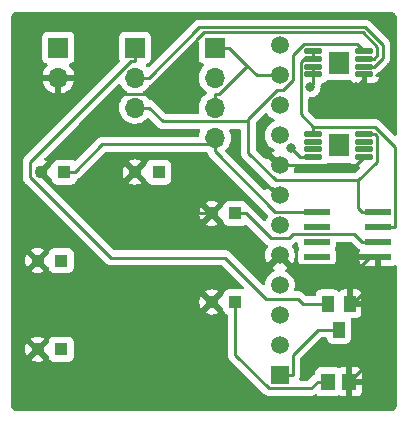
<source format=gbr>
%TF.GenerationSoftware,KiCad,Pcbnew,(6.0.5)*%
%TF.CreationDate,2023-06-19T12:11:45+02:00*%
%TF.ProjectId,PCB_Suelo,5043425f-5375-4656-9c6f-2e6b69636164,rev?*%
%TF.SameCoordinates,Original*%
%TF.FileFunction,Copper,L2,Bot*%
%TF.FilePolarity,Positive*%
%FSLAX46Y46*%
G04 Gerber Fmt 4.6, Leading zero omitted, Abs format (unit mm)*
G04 Created by KiCad (PCBNEW (6.0.5)) date 2023-06-19 12:11:45*
%MOMM*%
%LPD*%
G01*
G04 APERTURE LIST*
G04 Aperture macros list*
%AMRoundRect*
0 Rectangle with rounded corners*
0 $1 Rounding radius*
0 $2 $3 $4 $5 $6 $7 $8 $9 X,Y pos of 4 corners*
0 Add a 4 corners polygon primitive as box body*
4,1,4,$2,$3,$4,$5,$6,$7,$8,$9,$2,$3,0*
0 Add four circle primitives for the rounded corners*
1,1,$1+$1,$2,$3*
1,1,$1+$1,$4,$5*
1,1,$1+$1,$6,$7*
1,1,$1+$1,$8,$9*
0 Add four rect primitives between the rounded corners*
20,1,$1+$1,$2,$3,$4,$5,0*
20,1,$1+$1,$4,$5,$6,$7,0*
20,1,$1+$1,$6,$7,$8,$9,0*
20,1,$1+$1,$8,$9,$2,$3,0*%
G04 Aperture macros list end*
%TA.AperFunction,SMDPad,CuDef*%
%ADD10R,1.000000X1.400000*%
%TD*%
%TA.AperFunction,SMDPad,CuDef*%
%ADD11R,2.200000X0.600000*%
%TD*%
%TA.AperFunction,SMDPad,CuDef*%
%ADD12RoundRect,0.028800X0.696200X0.211200X-0.696200X0.211200X-0.696200X-0.211200X0.696200X-0.211200X0*%
%TD*%
%TA.AperFunction,SMDPad,CuDef*%
%ADD13RoundRect,0.028800X-0.696200X-0.211200X0.696200X-0.211200X0.696200X0.211200X-0.696200X0.211200X0*%
%TD*%
%TA.AperFunction,SMDPad,CuDef*%
%ADD14R,1.680000X1.880000*%
%TD*%
%TA.AperFunction,ComponentPad*%
%ADD15R,1.508000X1.508000*%
%TD*%
%TA.AperFunction,ComponentPad*%
%ADD16C,1.508000*%
%TD*%
%TA.AperFunction,ComponentPad*%
%ADD17R,1.100000X1.100000*%
%TD*%
%TA.AperFunction,ComponentPad*%
%ADD18C,1.100000*%
%TD*%
%TA.AperFunction,SMDPad,CuDef*%
%ADD19R,1.150000X1.450000*%
%TD*%
%TA.AperFunction,ComponentPad*%
%ADD20R,1.700000X1.700000*%
%TD*%
%TA.AperFunction,ComponentPad*%
%ADD21O,1.700000X1.700000*%
%TD*%
%TA.AperFunction,ViaPad*%
%ADD22C,0.800000*%
%TD*%
%TA.AperFunction,Conductor*%
%ADD23C,0.250000*%
%TD*%
G04 APERTURE END LIST*
D10*
%TO.P,U2,1*%
%TO.N,CTR*%
X143800000Y-61150000D03*
%TO.P,U2,2*%
%TO.N,GND*%
X145700000Y-61150000D03*
%TO.P,U2,3*%
%TO.N,Net-(PS1-Pad1)*%
X144750000Y-63350000D03*
%TD*%
D11*
%TO.P,U1,2,-INA*%
%TO.N,Net-(R1-Pad7)*%
X148100000Y-54615000D03*
%TO.P,U1,7,OUTB*%
%TO.N,unconnected-(U1-Pad7)*%
X142900000Y-54615000D03*
%TO.P,U1,1,OUTA*%
%TO.N,OUT_MOISTURE*%
X148100000Y-53345000D03*
%TO.P,U1,3,+INA*%
%TO.N,Net-(C1-PadP)*%
X148100000Y-55885000D03*
%TO.P,U1,4,V-*%
%TO.N,GND*%
X148100000Y-57155000D03*
%TO.P,U1,8,V+*%
%TO.N,9V*%
X142900000Y-53345000D03*
%TO.P,U1,6,-INB*%
%TO.N,unconnected-(U1-Pad6)*%
X142900000Y-55885000D03*
%TO.P,U1,5,+INB*%
%TO.N,unconnected-(U1-Pad5)*%
X142900000Y-57155000D03*
%TD*%
D12*
%TO.P,R2,1*%
%TO.N,OUT_MOISTURE*%
X146910000Y-46775000D03*
%TO.P,R2,2*%
%TO.N,unconnected-(R2-Pad2)*%
X146910000Y-47425000D03*
%TO.P,R2,3*%
%TO.N,unconnected-(R2-Pad3)*%
X146910000Y-48075000D03*
%TO.P,R2,4*%
%TO.N,GND*%
X146910000Y-48725000D03*
D13*
%TO.P,R2,5*%
%TO.N,Net-(C1-PadP)*%
X142590000Y-48725000D03*
%TO.P,R2,6*%
%TO.N,unconnected-(R2-Pad6)*%
X142590000Y-48075000D03*
%TO.P,R2,7*%
%TO.N,unconnected-(R2-Pad7)*%
X142590000Y-47425000D03*
%TO.P,R2,8*%
%TO.N,Net-(R1-Pad7)*%
X142590000Y-46775000D03*
D14*
%TO.P,R2,9*%
%TO.N,N/C*%
X144750000Y-47750000D03*
%TD*%
D12*
%TO.P,R1,1*%
%TO.N,OUT_MOISTURE*%
X146910000Y-39775000D03*
%TO.P,R1,2*%
%TO.N,GND*%
X146910000Y-40425000D03*
%TO.P,R1,3*%
%TO.N,IN_MOISTURE*%
X146910000Y-41075000D03*
%TO.P,R1,4*%
%TO.N,GND*%
X146910000Y-41725000D03*
D13*
%TO.P,R1,5*%
%TO.N,Net-(C1-PadP)*%
X142590000Y-41725000D03*
%TO.P,R1,6*%
X142590000Y-41075000D03*
%TO.P,R1,7*%
%TO.N,Net-(R1-Pad7)*%
X142590000Y-40425000D03*
%TO.P,R1,8*%
X142590000Y-39775000D03*
D14*
%TO.P,R1,9*%
%TO.N,N/C*%
X144750000Y-40750000D03*
%TD*%
D15*
%TO.P,PS1,1,~{ON/OFF}*%
%TO.N,Net-(PS1-Pad1)*%
X139750000Y-67220000D03*
D16*
%TO.P,PS1,2,VIN*%
%TO.N,PWR*%
X139750000Y-64680000D03*
%TO.P,PS1,3,VIN*%
X139750000Y-62140000D03*
%TO.P,PS1,4,VIN*%
X139750000Y-59600000D03*
%TO.P,PS1,5,GND*%
%TO.N,GND*%
X139750000Y-57060000D03*
%TO.P,PS1,6,GND*%
X139750000Y-54520000D03*
%TO.P,PS1,7,GND*%
X139750000Y-51980000D03*
%TO.P,PS1,8,GND*%
X139750000Y-49440000D03*
%TO.P,PS1,9,VOUT*%
%TO.N,9V*%
X139750000Y-46900000D03*
%TO.P,PS1,10,VOUT*%
X139750000Y-44360000D03*
%TO.P,PS1,11,VOUT*%
X139750000Y-41820000D03*
%TO.P,PS1,12,VADJ*%
%TO.N,unconnected-(PS1-Pad12)*%
X139750000Y-39280000D03*
%TD*%
D17*
%TO.P,C7,P*%
%TO.N,PWR_pH*%
X121250000Y-65000000D03*
D18*
%TO.P,C7,N*%
%TO.N,GND*%
X119250000Y-65000000D03*
%TD*%
D17*
%TO.P,C6,P*%
%TO.N,9V*%
X121250000Y-57500000D03*
D18*
%TO.P,C6,N*%
%TO.N,GND*%
X119250000Y-57500000D03*
%TD*%
D17*
%TO.P,C5,P*%
%TO.N,9V*%
X121500000Y-50000000D03*
D18*
%TO.P,C5,N*%
%TO.N,GND*%
X119500000Y-50000000D03*
%TD*%
D17*
%TO.P,C4,P*%
%TO.N,PWR*%
X129500000Y-50000000D03*
D18*
%TO.P,C4,N*%
%TO.N,GND*%
X127500000Y-50000000D03*
%TD*%
D19*
%TO.P,C3,1*%
%TO.N,GND*%
X145650000Y-67750000D03*
%TO.P,C3,2*%
%TO.N,9V*%
X143850000Y-67750000D03*
%TD*%
D17*
%TO.P,C2,P*%
%TO.N,9V*%
X136000000Y-61000000D03*
D18*
%TO.P,C2,N*%
%TO.N,GND*%
X134000000Y-61000000D03*
%TD*%
D17*
%TO.P,C1,P*%
%TO.N,Net-(C1-PadP)*%
X136000000Y-53500000D03*
D18*
%TO.P,C1,N*%
%TO.N,GND*%
X134000000Y-53500000D03*
%TD*%
D20*
%TO.P,J1,1,Pin_1*%
%TO.N,CTR*%
X127500000Y-39460000D03*
D21*
%TO.P,J1,2,Pin_2*%
%TO.N,IN_MOISTURE*%
X127500000Y-42000000D03*
%TO.P,J1,3,Pin_3*%
%TO.N,OUT_MOISTURE*%
X127500000Y-44540000D03*
%TD*%
%TO.P,J2,4,Pin_4*%
%TO.N,9V*%
X134250000Y-47080000D03*
%TO.P,J2,3,Pin_3*%
X134250000Y-44540000D03*
%TO.P,J2,2,Pin_2*%
%TO.N,PWR_pH*%
X134250000Y-42000000D03*
D20*
%TO.P,J2,1,Pin_1*%
%TO.N,9V*%
X134250000Y-39460000D03*
%TD*%
%TO.P,J3,1,Pin_1*%
%TO.N,PWR*%
X121000000Y-39460000D03*
D21*
%TO.P,J3,2,Pin_2*%
%TO.N,GND*%
X121000000Y-42000000D03*
%TD*%
D22*
%TO.N,Net-(C1-PadP)*%
X140662100Y-47960700D03*
X142285700Y-42765600D03*
%TO.N,GND*%
X146191300Y-42774200D03*
%TD*%
D23*
%TO.N,GND*%
X145850000Y-61150000D02*
X146692900Y-60307100D01*
X145700000Y-61150000D02*
X145850000Y-61150000D01*
X146692900Y-60307100D02*
X146692900Y-66707100D01*
X146692900Y-57849500D02*
X146692900Y-60307100D01*
%TO.N,Net-(PS1-Pad1)*%
X142974700Y-63350000D02*
X140829300Y-65495400D01*
X144750000Y-63350000D02*
X142974700Y-63350000D01*
%TO.N,CTR*%
X141276400Y-60710600D02*
X141715800Y-61150000D01*
X141715800Y-61150000D02*
X143800000Y-61150000D01*
%TO.N,GND*%
X146692900Y-66707100D02*
X145650000Y-67750000D01*
%TO.N,Net-(C1-PadP)*%
X142590000Y-48725000D02*
X141426400Y-48725000D01*
X140506700Y-55599400D02*
X140846400Y-55259700D01*
X136000000Y-53500000D02*
X136875300Y-53500000D01*
X136875300Y-53500000D02*
X138974700Y-55599400D01*
X141426400Y-48725000D02*
X140662100Y-47960700D01*
X142590000Y-42461300D02*
X142285700Y-42765600D01*
X138974700Y-55599400D02*
X140506700Y-55599400D01*
X148100000Y-55885000D02*
X146674700Y-55885000D01*
X142590000Y-41725000D02*
X142590000Y-42461300D01*
X142590000Y-41075000D02*
X142590000Y-41725000D01*
X140846400Y-55259700D02*
X146049400Y-55259700D01*
X146049400Y-55259700D02*
X146674700Y-55885000D01*
%TO.N,GND*%
X146191300Y-42774200D02*
X146910000Y-42055500D01*
X148100000Y-57155000D02*
X147387400Y-57155000D01*
X147999200Y-40115400D02*
X147689600Y-40425000D01*
X145000000Y-57849500D02*
X146692900Y-57849500D01*
X140539500Y-57849500D02*
X145000000Y-57849500D01*
X131000000Y-53500000D02*
X134000000Y-53500000D01*
X146692900Y-57849500D02*
X147387400Y-57155000D01*
X133367500Y-38182400D02*
X146773800Y-38182400D01*
X146195000Y-49440000D02*
X146910000Y-48725000D01*
X147689600Y-40425000D02*
X146910000Y-40425000D01*
X146773800Y-38182400D02*
X147999200Y-39407800D01*
X146910000Y-42055500D02*
X146910000Y-41725000D01*
X119500000Y-50000000D02*
X126135400Y-43364600D01*
X128185300Y-43364600D02*
X133367500Y-38182400D01*
X139750000Y-57060000D02*
X140539500Y-57849500D01*
X139750000Y-49440000D02*
X146195000Y-49440000D01*
X147999200Y-39407800D02*
X147999200Y-40115400D01*
X126135400Y-43364600D02*
X128185300Y-43364600D01*
X127500000Y-50000000D02*
X131000000Y-53500000D01*
%TO.N,9V*%
X139750000Y-41820000D02*
X137785300Y-41820000D01*
X139339700Y-53345000D02*
X142900000Y-53345000D01*
X138815200Y-68299400D02*
X136000000Y-65484200D01*
X121500000Y-50000000D02*
X122375300Y-50000000D01*
X142949700Y-67750000D02*
X142400300Y-68299400D01*
X134587800Y-43364700D02*
X136958900Y-40993600D01*
X134250000Y-43364700D02*
X134587800Y-43364700D01*
X134250000Y-47667600D02*
X134250000Y-48255300D01*
X134250000Y-47667600D02*
X124707700Y-47667600D01*
X137785300Y-41820000D02*
X136958900Y-40993600D01*
X143850000Y-67750000D02*
X142949700Y-67750000D01*
X136000000Y-65484200D02*
X136000000Y-61000000D01*
X134250000Y-44540000D02*
X134250000Y-43364700D01*
X134250000Y-47080000D02*
X134250000Y-47667600D01*
X142400300Y-68299400D02*
X138815200Y-68299400D01*
X124707700Y-47667600D02*
X122375300Y-50000000D01*
X134250000Y-39460000D02*
X135425300Y-39460000D01*
X134250000Y-48255300D02*
X139339700Y-53345000D01*
X136958900Y-40993600D02*
X135425300Y-39460000D01*
%TO.N,IN_MOISTURE*%
X148449500Y-39221100D02*
X146960500Y-37732100D01*
X127500000Y-42000000D02*
X128675300Y-42000000D01*
X148449500Y-40327600D02*
X148449500Y-39221100D01*
X146960500Y-37732100D02*
X132943200Y-37732100D01*
X147702100Y-41075000D02*
X148449500Y-40327600D01*
X132943200Y-37732100D02*
X128675300Y-42000000D01*
X146910000Y-41075000D02*
X147702100Y-41075000D01*
%TO.N,OUT_MOISTURE*%
X141778700Y-39165000D02*
X140890800Y-40052900D01*
X147772800Y-46775000D02*
X147981500Y-46983700D01*
X146910000Y-46775000D02*
X147772800Y-46775000D01*
X146910000Y-39775000D02*
X146300000Y-39165000D01*
X137076600Y-45715300D02*
X129850600Y-45715300D01*
X146379800Y-50709900D02*
X146379800Y-53050100D01*
X127500000Y-44540000D02*
X128675300Y-44540000D01*
X140890800Y-42221000D02*
X140021800Y-43090000D01*
X146379800Y-53050100D02*
X146674700Y-53345000D01*
X139434900Y-50709900D02*
X137076600Y-48351600D01*
X139483000Y-43090000D02*
X137076600Y-45496400D01*
X137076600Y-45496400D02*
X137076600Y-45715300D01*
X140021800Y-43090000D02*
X139483000Y-43090000D01*
X147981500Y-49108200D02*
X146379800Y-50709900D01*
X129850600Y-45715300D02*
X128675300Y-44540000D01*
X137076600Y-48351600D02*
X137076600Y-45715300D01*
X147981500Y-46983700D02*
X147981500Y-49108200D01*
X148100000Y-53345000D02*
X146674700Y-53345000D01*
X146379800Y-50709900D02*
X139434900Y-50709900D01*
X140890800Y-40052900D02*
X140890800Y-42221000D01*
X146300000Y-39165000D02*
X141778700Y-39165000D01*
%TO.N,Net-(R1-Pad7)*%
X142590000Y-40425000D02*
X141831700Y-40425000D01*
X142590000Y-46775000D02*
X142590000Y-46163200D01*
X148100000Y-54615000D02*
X149525300Y-54615000D01*
X141831700Y-40425000D02*
X141538400Y-40718300D01*
X142590000Y-46163200D02*
X147797900Y-46163200D01*
X147797900Y-46163200D02*
X149525300Y-47890600D01*
X141538400Y-45111600D02*
X142590000Y-46163200D01*
X141538400Y-40718300D02*
X141538400Y-45111600D01*
X142590000Y-40425000D02*
X142590000Y-39775000D01*
X149525300Y-47890600D02*
X149525300Y-54615000D01*
%TO.N,CTR*%
X127500000Y-40635300D02*
X127132700Y-40635300D01*
X127132700Y-40635300D02*
X118619500Y-49148500D01*
X138585500Y-60710600D02*
X141276400Y-60710600D01*
X118619500Y-50425600D02*
X125443900Y-57250000D01*
X127500000Y-39460000D02*
X127500000Y-40635300D01*
X118619500Y-49148500D02*
X118619500Y-50425600D01*
X125443900Y-57250000D02*
X135124900Y-57250000D01*
X135124900Y-57250000D02*
X138585500Y-60710600D01*
%TO.N,Net-(PS1-Pad1)*%
X140829300Y-67220000D02*
X140829300Y-65495400D01*
X139750000Y-67220000D02*
X140829300Y-67220000D01*
%TD*%
%TA.AperFunction,Conductor*%
%TO.N,GND*%
G36*
X149122915Y-36412107D02*
G01*
X149137748Y-36414417D01*
X149137752Y-36414417D01*
X149146621Y-36415798D01*
X149155646Y-36414618D01*
X149186081Y-36414346D01*
X149248158Y-36421340D01*
X149275664Y-36427618D01*
X149352752Y-36454592D01*
X149378168Y-36466831D01*
X149447325Y-36510286D01*
X149469380Y-36527875D01*
X149527125Y-36585620D01*
X149544714Y-36607675D01*
X149588169Y-36676832D01*
X149600408Y-36702248D01*
X149627382Y-36779336D01*
X149633661Y-36806844D01*
X149639912Y-36862325D01*
X149639245Y-36877964D01*
X149640694Y-36877982D01*
X149640584Y-36886953D01*
X149639202Y-36895827D01*
X149640366Y-36904730D01*
X149640366Y-36904737D01*
X149643329Y-36927397D01*
X149644393Y-36943733D01*
X149644393Y-46809599D01*
X149624391Y-46877720D01*
X149570735Y-46924213D01*
X149500461Y-46934317D01*
X149435881Y-46904823D01*
X149429298Y-46898694D01*
X148966445Y-46435840D01*
X148301552Y-45770947D01*
X148294012Y-45762661D01*
X148289900Y-45756182D01*
X148240248Y-45709556D01*
X148237407Y-45706802D01*
X148217670Y-45687065D01*
X148214473Y-45684585D01*
X148205451Y-45676880D01*
X148173221Y-45646614D01*
X148166275Y-45642795D01*
X148166272Y-45642793D01*
X148155466Y-45636852D01*
X148138947Y-45626001D01*
X148138483Y-45625641D01*
X148122941Y-45613586D01*
X148115672Y-45610441D01*
X148115668Y-45610438D01*
X148082363Y-45596026D01*
X148071713Y-45590809D01*
X148032960Y-45569505D01*
X148013337Y-45564467D01*
X147994634Y-45558063D01*
X147983320Y-45553167D01*
X147983319Y-45553167D01*
X147976045Y-45550019D01*
X147968222Y-45548780D01*
X147968212Y-45548777D01*
X147932376Y-45543101D01*
X147920756Y-45540695D01*
X147885611Y-45531672D01*
X147885610Y-45531672D01*
X147877930Y-45529700D01*
X147857676Y-45529700D01*
X147837965Y-45528149D01*
X147825786Y-45526220D01*
X147817957Y-45524980D01*
X147810065Y-45525726D01*
X147773939Y-45529141D01*
X147762081Y-45529700D01*
X142904595Y-45529700D01*
X142836474Y-45509698D01*
X142815499Y-45492795D01*
X142208804Y-44886099D01*
X142174779Y-44823787D01*
X142171900Y-44797004D01*
X142171900Y-43800100D01*
X142191902Y-43731979D01*
X142245558Y-43685486D01*
X142297900Y-43674100D01*
X142381187Y-43674100D01*
X142387639Y-43672728D01*
X142387644Y-43672728D01*
X142474587Y-43654247D01*
X142567988Y-43634394D01*
X142625348Y-43608856D01*
X142736422Y-43559403D01*
X142736424Y-43559402D01*
X142742452Y-43556718D01*
X142758058Y-43545380D01*
X142797857Y-43516464D01*
X142896953Y-43444466D01*
X142946344Y-43389612D01*
X143020321Y-43307452D01*
X143020322Y-43307451D01*
X143024740Y-43302544D01*
X143120227Y-43137156D01*
X143179242Y-42955528D01*
X143199204Y-42765600D01*
X143192768Y-42704366D01*
X143200319Y-42655059D01*
X143197821Y-42654333D01*
X143200033Y-42646719D01*
X143203181Y-42639445D01*
X143204421Y-42631617D01*
X143204423Y-42631610D01*
X143210099Y-42595776D01*
X143212504Y-42584159D01*
X143216777Y-42567514D01*
X143253089Y-42506506D01*
X143316620Y-42474815D01*
X143327647Y-42473500D01*
X143327940Y-42473500D01*
X143331708Y-42473044D01*
X143331709Y-42473044D01*
X143407530Y-42463869D01*
X143407531Y-42463869D01*
X143415569Y-42462896D01*
X143552442Y-42408704D01*
X143669700Y-42319700D01*
X143674888Y-42312865D01*
X143674893Y-42312860D01*
X143726228Y-42245229D01*
X143783346Y-42203062D01*
X143840198Y-42196146D01*
X143861866Y-42198500D01*
X145638134Y-42198500D01*
X145660381Y-42196083D01*
X145730263Y-42208611D01*
X145774352Y-42245167D01*
X145825465Y-42312506D01*
X145837491Y-42324532D01*
X145940965Y-42403073D01*
X145955792Y-42411427D01*
X146077021Y-42459425D01*
X146092592Y-42463379D01*
X146168329Y-42472544D01*
X146175883Y-42473000D01*
X146651885Y-42473000D01*
X146667124Y-42468525D01*
X146668329Y-42467135D01*
X146670000Y-42459452D01*
X146670000Y-41949500D01*
X146690002Y-41881379D01*
X146743658Y-41834886D01*
X146796000Y-41823500D01*
X147027372Y-41823500D01*
X147095493Y-41843502D01*
X147141986Y-41897158D01*
X147152090Y-41967432D01*
X147150492Y-41976285D01*
X147150000Y-41978547D01*
X147150000Y-42454885D01*
X147154475Y-42470124D01*
X147155865Y-42471329D01*
X147163548Y-42473000D01*
X147644117Y-42473000D01*
X147651671Y-42472544D01*
X147727408Y-42463379D01*
X147742979Y-42459425D01*
X147864208Y-42411427D01*
X147879035Y-42403073D01*
X147982509Y-42324532D01*
X147994532Y-42312509D01*
X148073073Y-42209035D01*
X148081427Y-42194208D01*
X148129425Y-42072979D01*
X148133379Y-42057408D01*
X148142544Y-41981671D01*
X148142550Y-41981582D01*
X148138525Y-41967876D01*
X148137135Y-41966671D01*
X148129452Y-41965000D01*
X147975059Y-41965000D01*
X147906938Y-41944998D01*
X147860445Y-41891342D01*
X147850341Y-41821068D01*
X147879835Y-41756488D01*
X147898879Y-41738637D01*
X147982860Y-41674892D01*
X147982861Y-41674891D01*
X147989700Y-41669700D01*
X148013323Y-41638578D01*
X148039618Y-41612828D01*
X148045486Y-41608564D01*
X148055405Y-41602049D01*
X148086635Y-41583580D01*
X148086638Y-41583578D01*
X148093462Y-41579542D01*
X148107783Y-41565221D01*
X148122817Y-41552380D01*
X148132794Y-41545131D01*
X148139207Y-41540472D01*
X148167398Y-41506395D01*
X148175388Y-41497616D01*
X148841747Y-40831257D01*
X148850037Y-40823713D01*
X148856518Y-40819600D01*
X148870486Y-40804726D01*
X148903158Y-40769933D01*
X148905913Y-40767091D01*
X148925634Y-40747370D01*
X148928112Y-40744175D01*
X148935818Y-40735153D01*
X148960658Y-40708701D01*
X148966086Y-40702921D01*
X148975846Y-40685168D01*
X148986699Y-40668645D01*
X148994253Y-40658906D01*
X148999113Y-40652641D01*
X149016676Y-40612057D01*
X149021883Y-40601427D01*
X149043195Y-40562660D01*
X149045166Y-40554983D01*
X149045168Y-40554978D01*
X149048232Y-40543042D01*
X149054638Y-40524330D01*
X149057606Y-40517473D01*
X149062681Y-40505745D01*
X149063921Y-40497917D01*
X149063923Y-40497910D01*
X149069599Y-40462076D01*
X149072005Y-40450456D01*
X149081028Y-40415311D01*
X149081028Y-40415310D01*
X149083000Y-40407630D01*
X149083000Y-40387376D01*
X149084551Y-40367665D01*
X149086480Y-40355486D01*
X149087720Y-40347657D01*
X149083559Y-40303638D01*
X149083000Y-40291781D01*
X149083000Y-39299867D01*
X149083527Y-39288684D01*
X149085202Y-39281191D01*
X149083062Y-39213114D01*
X149083000Y-39209155D01*
X149083000Y-39181244D01*
X149082495Y-39177244D01*
X149081562Y-39165401D01*
X149080422Y-39129130D01*
X149080173Y-39121211D01*
X149074521Y-39101757D01*
X149070513Y-39082400D01*
X149068968Y-39070170D01*
X149068968Y-39070169D01*
X149067974Y-39062303D01*
X149064932Y-39054619D01*
X149051696Y-39021188D01*
X149047851Y-39009958D01*
X149037729Y-38975117D01*
X149037729Y-38975116D01*
X149035518Y-38967507D01*
X149031485Y-38960688D01*
X149031483Y-38960683D01*
X149025207Y-38950072D01*
X149016512Y-38932324D01*
X149009052Y-38913483D01*
X148983064Y-38877713D01*
X148976548Y-38867793D01*
X148958080Y-38836565D01*
X148958078Y-38836562D01*
X148954042Y-38829738D01*
X148939721Y-38815417D01*
X148926880Y-38800383D01*
X148919631Y-38790406D01*
X148914972Y-38783993D01*
X148880895Y-38755802D01*
X148872116Y-38747812D01*
X147464152Y-37339847D01*
X147456612Y-37331561D01*
X147452500Y-37325082D01*
X147402848Y-37278456D01*
X147400007Y-37275702D01*
X147380270Y-37255965D01*
X147377073Y-37253485D01*
X147368051Y-37245780D01*
X147354622Y-37233169D01*
X147335821Y-37215514D01*
X147328875Y-37211695D01*
X147328872Y-37211693D01*
X147318066Y-37205752D01*
X147301547Y-37194901D01*
X147301083Y-37194541D01*
X147285541Y-37182486D01*
X147278272Y-37179341D01*
X147278268Y-37179338D01*
X147244963Y-37164926D01*
X147234313Y-37159709D01*
X147195560Y-37138405D01*
X147175937Y-37133367D01*
X147157234Y-37126963D01*
X147145920Y-37122067D01*
X147145919Y-37122067D01*
X147138645Y-37118919D01*
X147130822Y-37117680D01*
X147130812Y-37117677D01*
X147094976Y-37112001D01*
X147083356Y-37109595D01*
X147048211Y-37100572D01*
X147048210Y-37100572D01*
X147040530Y-37098600D01*
X147020276Y-37098600D01*
X147000565Y-37097049D01*
X146988386Y-37095120D01*
X146980557Y-37093880D01*
X146951286Y-37096647D01*
X146936539Y-37098041D01*
X146924681Y-37098600D01*
X133021967Y-37098600D01*
X133010784Y-37098073D01*
X133003291Y-37096398D01*
X132995365Y-37096647D01*
X132995364Y-37096647D01*
X132935214Y-37098538D01*
X132931255Y-37098600D01*
X132903344Y-37098600D01*
X132899410Y-37099097D01*
X132899409Y-37099097D01*
X132899344Y-37099105D01*
X132887507Y-37100038D01*
X132855249Y-37101052D01*
X132851230Y-37101178D01*
X132843311Y-37101427D01*
X132823857Y-37107079D01*
X132804500Y-37111087D01*
X132792270Y-37112632D01*
X132792269Y-37112632D01*
X132784403Y-37113626D01*
X132777032Y-37116545D01*
X132777030Y-37116545D01*
X132743288Y-37129904D01*
X132732058Y-37133749D01*
X132697217Y-37143871D01*
X132697216Y-37143871D01*
X132689607Y-37146082D01*
X132682788Y-37150115D01*
X132682783Y-37150117D01*
X132672172Y-37156393D01*
X132654424Y-37165088D01*
X132635583Y-37172548D01*
X132629167Y-37177210D01*
X132629166Y-37177210D01*
X132599813Y-37198536D01*
X132589893Y-37205052D01*
X132558665Y-37223520D01*
X132558662Y-37223522D01*
X132551838Y-37227558D01*
X132537517Y-37241879D01*
X132522484Y-37254719D01*
X132506093Y-37266628D01*
X132497417Y-37277116D01*
X132477902Y-37300705D01*
X132469912Y-37309484D01*
X128688229Y-41091166D01*
X128625917Y-41125192D01*
X128555101Y-41120127D01*
X128505941Y-41086871D01*
X128432798Y-41006488D01*
X128401746Y-40942642D01*
X128410141Y-40872143D01*
X128455317Y-40817375D01*
X128481761Y-40803706D01*
X128588297Y-40763767D01*
X128596705Y-40760615D01*
X128713261Y-40673261D01*
X128800615Y-40556705D01*
X128851745Y-40420316D01*
X128858500Y-40358134D01*
X128858500Y-38561866D01*
X128851745Y-38499684D01*
X128800615Y-38363295D01*
X128713261Y-38246739D01*
X128596705Y-38159385D01*
X128460316Y-38108255D01*
X128398134Y-38101500D01*
X126601866Y-38101500D01*
X126539684Y-38108255D01*
X126403295Y-38159385D01*
X126286739Y-38246739D01*
X126199385Y-38363295D01*
X126148255Y-38499684D01*
X126141500Y-38561866D01*
X126141500Y-40358134D01*
X126148255Y-40420316D01*
X126184675Y-40517465D01*
X126199385Y-40556705D01*
X126198050Y-40557206D01*
X126211185Y-40617252D01*
X126186452Y-40683801D01*
X126174591Y-40697505D01*
X118227247Y-48644848D01*
X118218961Y-48652388D01*
X118212482Y-48656500D01*
X118207057Y-48662277D01*
X118165857Y-48706151D01*
X118163102Y-48708993D01*
X118143365Y-48728730D01*
X118140885Y-48731927D01*
X118133182Y-48740947D01*
X118102914Y-48773179D01*
X118099095Y-48780125D01*
X118099093Y-48780128D01*
X118093152Y-48790934D01*
X118082301Y-48807453D01*
X118069886Y-48823459D01*
X118066741Y-48830728D01*
X118066738Y-48830732D01*
X118052326Y-48864037D01*
X118047109Y-48874687D01*
X118025805Y-48913440D01*
X118023834Y-48921115D01*
X118023834Y-48921116D01*
X118020767Y-48933062D01*
X118014363Y-48951766D01*
X118010620Y-48960417D01*
X118006319Y-48970355D01*
X118005080Y-48978178D01*
X118005077Y-48978188D01*
X117999401Y-49014024D01*
X117996995Y-49025644D01*
X117994672Y-49034693D01*
X117986000Y-49068470D01*
X117986000Y-49088724D01*
X117984449Y-49108434D01*
X117981280Y-49128443D01*
X117982026Y-49136335D01*
X117985441Y-49172461D01*
X117986000Y-49184319D01*
X117986000Y-50346833D01*
X117985473Y-50358016D01*
X117983798Y-50365509D01*
X117984047Y-50373435D01*
X117984047Y-50373436D01*
X117985938Y-50433586D01*
X117986000Y-50437545D01*
X117986000Y-50465456D01*
X117986497Y-50469390D01*
X117986497Y-50469391D01*
X117986505Y-50469456D01*
X117987438Y-50481293D01*
X117988827Y-50525489D01*
X117993118Y-50540258D01*
X117994478Y-50544939D01*
X117998487Y-50564300D01*
X118001026Y-50584397D01*
X118003945Y-50591768D01*
X118003945Y-50591770D01*
X118017304Y-50625512D01*
X118021149Y-50636742D01*
X118030147Y-50667715D01*
X118033482Y-50679193D01*
X118037515Y-50686012D01*
X118037517Y-50686017D01*
X118043793Y-50696628D01*
X118052488Y-50714376D01*
X118059948Y-50733217D01*
X118064610Y-50739633D01*
X118064610Y-50739634D01*
X118085936Y-50768987D01*
X118092452Y-50778907D01*
X118107228Y-50803891D01*
X118114958Y-50816962D01*
X118129279Y-50831283D01*
X118142119Y-50846316D01*
X118154028Y-50862707D01*
X118160134Y-50867758D01*
X118188105Y-50890898D01*
X118196884Y-50898888D01*
X124940248Y-57642253D01*
X124947788Y-57650539D01*
X124951900Y-57657018D01*
X124957677Y-57662443D01*
X125001551Y-57703643D01*
X125004393Y-57706398D01*
X125024130Y-57726135D01*
X125027327Y-57728615D01*
X125036347Y-57736318D01*
X125068579Y-57766586D01*
X125075525Y-57770405D01*
X125075528Y-57770407D01*
X125086334Y-57776348D01*
X125102853Y-57787199D01*
X125118859Y-57799614D01*
X125126128Y-57802759D01*
X125126132Y-57802762D01*
X125159437Y-57817174D01*
X125170087Y-57822391D01*
X125208840Y-57843695D01*
X125216515Y-57845666D01*
X125216516Y-57845666D01*
X125228462Y-57848733D01*
X125247167Y-57855137D01*
X125265755Y-57863181D01*
X125273578Y-57864420D01*
X125273588Y-57864423D01*
X125309424Y-57870099D01*
X125321044Y-57872505D01*
X125356189Y-57881528D01*
X125363870Y-57883500D01*
X125384124Y-57883500D01*
X125403834Y-57885051D01*
X125423843Y-57888220D01*
X125431735Y-57887474D01*
X125467861Y-57884059D01*
X125479719Y-57883500D01*
X134810306Y-57883500D01*
X134878427Y-57903502D01*
X134899401Y-57920405D01*
X136706784Y-59727788D01*
X136740810Y-59790100D01*
X136735745Y-59860915D01*
X136693198Y-59917751D01*
X136626678Y-59942562D01*
X136604082Y-59942146D01*
X136601533Y-59941869D01*
X136601529Y-59941869D01*
X136598134Y-59941500D01*
X135401866Y-59941500D01*
X135339684Y-59948255D01*
X135203295Y-59999385D01*
X135086739Y-60086739D01*
X134999385Y-60203295D01*
X134948255Y-60339684D01*
X134947402Y-60347540D01*
X134944341Y-60375714D01*
X134917099Y-60441276D01*
X134906763Y-60451915D01*
X134907029Y-60452181D01*
X134372022Y-60987188D01*
X134364408Y-61001132D01*
X134364539Y-61002965D01*
X134368790Y-61009580D01*
X134906147Y-61546937D01*
X134902978Y-61550106D01*
X134929584Y-61576716D01*
X134944254Y-61623483D01*
X134948255Y-61660316D01*
X134999385Y-61796705D01*
X135086739Y-61913261D01*
X135203295Y-62000615D01*
X135211703Y-62003767D01*
X135284730Y-62031144D01*
X135341494Y-62073786D01*
X135366194Y-62140348D01*
X135366500Y-62149126D01*
X135366500Y-65405433D01*
X135365973Y-65416616D01*
X135364298Y-65424109D01*
X135364547Y-65432035D01*
X135364547Y-65432036D01*
X135366438Y-65492186D01*
X135366500Y-65496145D01*
X135366500Y-65524056D01*
X135366997Y-65527990D01*
X135366997Y-65527991D01*
X135367005Y-65528056D01*
X135367938Y-65539893D01*
X135369327Y-65584089D01*
X135374978Y-65603539D01*
X135378987Y-65622900D01*
X135381526Y-65642997D01*
X135384445Y-65650368D01*
X135384445Y-65650370D01*
X135397804Y-65684112D01*
X135401649Y-65695342D01*
X135413982Y-65737793D01*
X135418015Y-65744612D01*
X135418017Y-65744617D01*
X135424293Y-65755228D01*
X135432988Y-65772976D01*
X135440448Y-65791817D01*
X135445110Y-65798233D01*
X135445110Y-65798234D01*
X135466436Y-65827587D01*
X135472952Y-65837507D01*
X135495458Y-65875562D01*
X135509779Y-65889883D01*
X135522619Y-65904916D01*
X135534528Y-65921307D01*
X135540634Y-65926358D01*
X135568605Y-65949498D01*
X135577384Y-65957488D01*
X138311548Y-68691653D01*
X138319088Y-68699939D01*
X138323200Y-68706418D01*
X138328977Y-68711843D01*
X138372851Y-68753043D01*
X138375693Y-68755798D01*
X138395430Y-68775535D01*
X138398627Y-68778015D01*
X138407647Y-68785718D01*
X138439879Y-68815986D01*
X138446825Y-68819805D01*
X138446828Y-68819807D01*
X138457634Y-68825748D01*
X138474153Y-68836599D01*
X138490159Y-68849014D01*
X138497428Y-68852159D01*
X138497432Y-68852162D01*
X138530737Y-68866574D01*
X138541387Y-68871791D01*
X138580140Y-68893095D01*
X138587815Y-68895066D01*
X138587816Y-68895066D01*
X138599762Y-68898133D01*
X138618467Y-68904537D01*
X138637055Y-68912581D01*
X138644878Y-68913820D01*
X138644888Y-68913823D01*
X138680724Y-68919499D01*
X138692344Y-68921905D01*
X138719072Y-68928767D01*
X138735170Y-68932900D01*
X138755424Y-68932900D01*
X138775134Y-68934451D01*
X138795143Y-68937620D01*
X138803035Y-68936874D01*
X138821780Y-68935102D01*
X138839162Y-68933459D01*
X138851019Y-68932900D01*
X142321533Y-68932900D01*
X142332716Y-68933427D01*
X142340209Y-68935102D01*
X142348135Y-68934853D01*
X142348136Y-68934853D01*
X142408286Y-68932962D01*
X142412245Y-68932900D01*
X142440156Y-68932900D01*
X142444091Y-68932403D01*
X142444156Y-68932395D01*
X142455993Y-68931462D01*
X142488251Y-68930448D01*
X142492270Y-68930322D01*
X142500189Y-68930073D01*
X142519643Y-68924421D01*
X142539000Y-68920413D01*
X142551230Y-68918868D01*
X142551231Y-68918868D01*
X142559097Y-68917874D01*
X142566468Y-68914955D01*
X142566470Y-68914955D01*
X142600212Y-68901596D01*
X142611442Y-68897751D01*
X142646283Y-68887629D01*
X142646284Y-68887629D01*
X142653893Y-68885418D01*
X142660712Y-68881385D01*
X142660717Y-68881383D01*
X142671328Y-68875107D01*
X142689076Y-68866412D01*
X142707917Y-68858952D01*
X142743687Y-68832964D01*
X142753612Y-68826445D01*
X142762561Y-68821153D01*
X142831377Y-68803696D01*
X142898708Y-68826215D01*
X142909449Y-68835206D01*
X142911739Y-68838261D01*
X143028295Y-68925615D01*
X143164684Y-68976745D01*
X143226866Y-68983500D01*
X144473134Y-68983500D01*
X144535316Y-68976745D01*
X144671705Y-68925615D01*
X144678892Y-68920229D01*
X144686760Y-68915921D01*
X144688073Y-68918319D01*
X144741347Y-68898409D01*
X144810731Y-68913455D01*
X144816155Y-68916941D01*
X144836946Y-68928324D01*
X144957394Y-68973478D01*
X144972649Y-68977105D01*
X145023514Y-68982631D01*
X145030328Y-68983000D01*
X145377885Y-68983000D01*
X145393124Y-68978525D01*
X145394329Y-68977135D01*
X145396000Y-68969452D01*
X145396000Y-68964884D01*
X145904000Y-68964884D01*
X145908475Y-68980123D01*
X145909865Y-68981328D01*
X145917548Y-68982999D01*
X146269669Y-68982999D01*
X146276490Y-68982629D01*
X146327352Y-68977105D01*
X146342604Y-68973479D01*
X146463054Y-68928324D01*
X146478649Y-68919786D01*
X146580724Y-68843285D01*
X146593285Y-68830724D01*
X146669786Y-68728649D01*
X146678324Y-68713054D01*
X146723478Y-68592606D01*
X146727105Y-68577351D01*
X146732631Y-68526486D01*
X146733000Y-68519672D01*
X146733000Y-68022115D01*
X146728525Y-68006876D01*
X146727135Y-68005671D01*
X146719452Y-68004000D01*
X145922115Y-68004000D01*
X145906876Y-68008475D01*
X145905671Y-68009865D01*
X145904000Y-68017548D01*
X145904000Y-68964884D01*
X145396000Y-68964884D01*
X145396000Y-67477885D01*
X145904000Y-67477885D01*
X145908475Y-67493124D01*
X145909865Y-67494329D01*
X145917548Y-67496000D01*
X146714884Y-67496000D01*
X146730123Y-67491525D01*
X146731328Y-67490135D01*
X146732999Y-67482452D01*
X146732999Y-66980331D01*
X146732629Y-66973510D01*
X146727105Y-66922648D01*
X146723479Y-66907396D01*
X146678324Y-66786946D01*
X146669786Y-66771351D01*
X146593285Y-66669276D01*
X146580724Y-66656715D01*
X146478649Y-66580214D01*
X146463054Y-66571676D01*
X146342606Y-66526522D01*
X146327351Y-66522895D01*
X146276486Y-66517369D01*
X146269672Y-66517000D01*
X145922115Y-66517000D01*
X145906876Y-66521475D01*
X145905671Y-66522865D01*
X145904000Y-66530548D01*
X145904000Y-67477885D01*
X145396000Y-67477885D01*
X145396000Y-66535116D01*
X145391525Y-66519877D01*
X145390135Y-66518672D01*
X145382452Y-66517001D01*
X145030331Y-66517001D01*
X145023510Y-66517371D01*
X144972648Y-66522895D01*
X144957396Y-66526521D01*
X144836946Y-66571676D01*
X144813483Y-66584522D01*
X144812069Y-66581940D01*
X144759488Y-66601591D01*
X144690104Y-66586545D01*
X144683431Y-66582256D01*
X144678890Y-66579770D01*
X144671705Y-66574385D01*
X144535316Y-66523255D01*
X144473134Y-66516500D01*
X143226866Y-66516500D01*
X143164684Y-66523255D01*
X143028295Y-66574385D01*
X142911739Y-66661739D01*
X142824385Y-66778295D01*
X142773255Y-66914684D01*
X142766500Y-66976866D01*
X142766500Y-67051836D01*
X142746498Y-67119957D01*
X142695622Y-67163160D01*
X142696108Y-67163981D01*
X142691324Y-67166810D01*
X142691321Y-67166812D01*
X142689284Y-67168017D01*
X142689282Y-67168018D01*
X142678672Y-67174293D01*
X142660924Y-67182988D01*
X142642083Y-67190448D01*
X142635667Y-67195110D01*
X142635666Y-67195110D01*
X142606313Y-67216436D01*
X142596393Y-67222952D01*
X142565165Y-67241420D01*
X142565162Y-67241422D01*
X142558338Y-67245458D01*
X142544017Y-67259779D01*
X142528984Y-67272619D01*
X142512593Y-67284528D01*
X142499769Y-67300030D01*
X142484412Y-67318593D01*
X142476422Y-67327374D01*
X142174799Y-67628996D01*
X142112487Y-67663021D01*
X142085704Y-67665900D01*
X141520138Y-67665900D01*
X141452017Y-67645898D01*
X141405524Y-67592242D01*
X141395420Y-67521968D01*
X141409722Y-67479204D01*
X141422995Y-67455060D01*
X141424965Y-67447385D01*
X141424968Y-67447379D01*
X141425044Y-67447081D01*
X141433076Y-67424772D01*
X141433206Y-67424497D01*
X141433209Y-67424489D01*
X141436583Y-67417318D01*
X141447106Y-67362151D01*
X141448832Y-67354429D01*
X141460829Y-67307707D01*
X141460829Y-67307706D01*
X141462800Y-67300030D01*
X141462800Y-67291793D01*
X141465032Y-67268184D01*
X141465090Y-67267881D01*
X141465090Y-67267877D01*
X141466575Y-67260094D01*
X141463049Y-67204049D01*
X141462800Y-67196138D01*
X141462800Y-65809994D01*
X141482802Y-65741873D01*
X141499705Y-65720899D01*
X143200200Y-64020405D01*
X143262512Y-63986379D01*
X143289295Y-63983500D01*
X143616116Y-63983500D01*
X143684237Y-64003502D01*
X143730730Y-64057158D01*
X143740826Y-64098207D01*
X143741500Y-64098134D01*
X143748255Y-64160316D01*
X143799385Y-64296705D01*
X143886739Y-64413261D01*
X144003295Y-64500615D01*
X144139684Y-64551745D01*
X144201866Y-64558500D01*
X145298134Y-64558500D01*
X145360316Y-64551745D01*
X145496705Y-64500615D01*
X145613261Y-64413261D01*
X145700615Y-64296705D01*
X145751745Y-64160316D01*
X145758500Y-64098134D01*
X145758500Y-62601866D01*
X145751745Y-62539684D01*
X145747451Y-62528230D01*
X145747204Y-62524851D01*
X145747144Y-62524600D01*
X145747185Y-62524590D01*
X145742268Y-62457423D01*
X145776188Y-62395054D01*
X145838443Y-62360925D01*
X145865433Y-62358000D01*
X146244668Y-62357999D01*
X146251490Y-62357629D01*
X146302352Y-62352105D01*
X146317604Y-62348479D01*
X146438054Y-62303324D01*
X146453649Y-62294786D01*
X146555724Y-62218285D01*
X146568285Y-62205724D01*
X146644786Y-62103649D01*
X146653324Y-62088054D01*
X146698478Y-61967606D01*
X146702105Y-61952351D01*
X146707631Y-61901486D01*
X146708000Y-61894672D01*
X146708000Y-61422115D01*
X146703525Y-61406876D01*
X146702135Y-61405671D01*
X146694452Y-61404000D01*
X145572000Y-61404000D01*
X145503879Y-61383998D01*
X145457386Y-61330342D01*
X145446000Y-61278000D01*
X145446000Y-60877885D01*
X145954000Y-60877885D01*
X145958475Y-60893124D01*
X145959865Y-60894329D01*
X145967548Y-60896000D01*
X146689884Y-60896000D01*
X146705123Y-60891525D01*
X146706328Y-60890135D01*
X146707999Y-60882452D01*
X146707999Y-60405331D01*
X146707629Y-60398510D01*
X146702105Y-60347648D01*
X146698479Y-60332396D01*
X146653324Y-60211946D01*
X146644786Y-60196351D01*
X146568285Y-60094276D01*
X146555724Y-60081715D01*
X146453649Y-60005214D01*
X146438054Y-59996676D01*
X146317606Y-59951522D01*
X146302351Y-59947895D01*
X146251486Y-59942369D01*
X146244672Y-59942000D01*
X145972115Y-59942000D01*
X145956876Y-59946475D01*
X145955671Y-59947865D01*
X145954000Y-59955548D01*
X145954000Y-60877885D01*
X145446000Y-60877885D01*
X145446000Y-59960116D01*
X145441525Y-59944877D01*
X145440135Y-59943672D01*
X145432452Y-59942001D01*
X145155331Y-59942001D01*
X145148510Y-59942371D01*
X145097648Y-59947895D01*
X145082396Y-59951521D01*
X144961946Y-59996676D01*
X144946351Y-60005214D01*
X144844276Y-60081715D01*
X144839452Y-60086539D01*
X144777140Y-60120565D01*
X144706325Y-60115500D01*
X144664829Y-60088832D01*
X144663261Y-60086739D01*
X144546705Y-59999385D01*
X144410316Y-59948255D01*
X144348134Y-59941500D01*
X143251866Y-59941500D01*
X143189684Y-59948255D01*
X143053295Y-59999385D01*
X142936739Y-60086739D01*
X142849385Y-60203295D01*
X142798255Y-60339684D01*
X142791500Y-60401866D01*
X142790361Y-60401742D01*
X142768289Y-60464234D01*
X142712206Y-60507768D01*
X142666116Y-60516500D01*
X142030395Y-60516500D01*
X141962274Y-60496498D01*
X141941300Y-60479595D01*
X141780052Y-60318347D01*
X141772512Y-60310061D01*
X141768400Y-60303582D01*
X141718748Y-60256956D01*
X141715907Y-60254202D01*
X141696170Y-60234465D01*
X141692973Y-60231985D01*
X141683951Y-60224280D01*
X141657500Y-60199441D01*
X141651721Y-60194014D01*
X141644775Y-60190195D01*
X141644772Y-60190193D01*
X141633966Y-60184252D01*
X141617447Y-60173401D01*
X141616983Y-60173041D01*
X141601441Y-60160986D01*
X141594172Y-60157841D01*
X141594168Y-60157838D01*
X141560863Y-60143426D01*
X141550213Y-60138209D01*
X141511460Y-60116905D01*
X141491837Y-60111867D01*
X141473134Y-60105463D01*
X141461820Y-60100567D01*
X141461819Y-60100567D01*
X141454545Y-60097419D01*
X141446722Y-60096180D01*
X141446712Y-60096177D01*
X141410876Y-60090501D01*
X141399256Y-60088095D01*
X141364111Y-60079072D01*
X141364110Y-60079072D01*
X141356430Y-60077100D01*
X141336176Y-60077100D01*
X141316465Y-60075549D01*
X141304286Y-60073620D01*
X141296457Y-60072380D01*
X141288565Y-60073126D01*
X141252439Y-60076541D01*
X141240581Y-60077100D01*
X141093405Y-60077100D01*
X141025284Y-60057098D01*
X140978791Y-60003442D01*
X140968687Y-59933168D01*
X140971698Y-59918489D01*
X140996646Y-59825381D01*
X140998070Y-59820068D01*
X141017323Y-59600000D01*
X140998070Y-59379932D01*
X140940894Y-59166550D01*
X140847534Y-58966339D01*
X140720826Y-58785380D01*
X140564620Y-58629174D01*
X140560112Y-58626017D01*
X140560109Y-58626015D01*
X140388171Y-58505623D01*
X140388168Y-58505621D01*
X140383662Y-58502466D01*
X140378680Y-58500143D01*
X140378675Y-58500140D01*
X140258107Y-58443919D01*
X140204822Y-58397002D01*
X140185361Y-58328725D01*
X140205903Y-58260765D01*
X140258107Y-58215529D01*
X140378424Y-58159425D01*
X140387919Y-58153942D01*
X140430021Y-58124462D01*
X140438396Y-58113985D01*
X140431328Y-58100538D01*
X139762812Y-57432022D01*
X139748868Y-57424408D01*
X139747035Y-57424539D01*
X139740420Y-57428790D01*
X139067951Y-58101259D01*
X139061521Y-58113034D01*
X139070817Y-58125049D01*
X139112081Y-58153942D01*
X139121576Y-58159425D01*
X139241893Y-58215529D01*
X139295178Y-58262446D01*
X139314639Y-58330723D01*
X139294097Y-58398683D01*
X139241893Y-58443919D01*
X139121320Y-58500143D01*
X139121317Y-58500145D01*
X139116339Y-58502466D01*
X138935380Y-58629174D01*
X138779174Y-58785380D01*
X138652466Y-58966339D01*
X138559106Y-59166550D01*
X138501930Y-59379932D01*
X138501451Y-59385411D01*
X138497227Y-59433692D01*
X138471364Y-59499810D01*
X138413861Y-59541450D01*
X138342974Y-59545391D01*
X138282611Y-59511806D01*
X135628552Y-56857747D01*
X135621012Y-56849461D01*
X135616900Y-56842982D01*
X135567248Y-56796356D01*
X135564407Y-56793602D01*
X135544670Y-56773865D01*
X135541473Y-56771385D01*
X135532451Y-56763680D01*
X135529516Y-56760924D01*
X135500221Y-56733414D01*
X135493275Y-56729595D01*
X135493272Y-56729593D01*
X135482466Y-56723652D01*
X135465947Y-56712801D01*
X135464531Y-56711703D01*
X135449941Y-56700386D01*
X135442672Y-56697241D01*
X135442668Y-56697238D01*
X135409363Y-56682826D01*
X135398713Y-56677609D01*
X135359960Y-56656305D01*
X135340337Y-56651267D01*
X135321634Y-56644863D01*
X135310320Y-56639967D01*
X135310319Y-56639967D01*
X135303045Y-56636819D01*
X135295222Y-56635580D01*
X135295212Y-56635577D01*
X135259376Y-56629901D01*
X135247756Y-56627495D01*
X135212611Y-56618472D01*
X135212610Y-56618472D01*
X135204930Y-56616500D01*
X135184676Y-56616500D01*
X135164965Y-56614949D01*
X135152786Y-56613020D01*
X135144957Y-56611780D01*
X135137065Y-56612526D01*
X135100939Y-56615941D01*
X135089081Y-56616500D01*
X125758494Y-56616500D01*
X125690373Y-56596498D01*
X125669399Y-56579595D01*
X123495682Y-54405877D01*
X133458953Y-54405877D01*
X133463863Y-54412435D01*
X133569004Y-54471198D01*
X133580242Y-54476107D01*
X133765852Y-54536415D01*
X133777826Y-54539048D01*
X133971624Y-54562157D01*
X133983873Y-54562414D01*
X134178467Y-54547441D01*
X134190547Y-54545310D01*
X134378514Y-54492828D01*
X134389947Y-54488394D01*
X134532726Y-54416271D01*
X134543010Y-54406626D01*
X134540772Y-54399982D01*
X134012812Y-53872022D01*
X133998868Y-53864408D01*
X133997035Y-53864539D01*
X133990420Y-53868790D01*
X133465713Y-54393497D01*
X133458953Y-54405877D01*
X123495682Y-54405877D01*
X122581106Y-53491301D01*
X132937501Y-53491301D01*
X132953831Y-53685774D01*
X132956044Y-53697833D01*
X133009839Y-53885438D01*
X133014355Y-53896843D01*
X133084012Y-54032381D01*
X133093733Y-54042602D01*
X133100532Y-54040258D01*
X133627978Y-53512812D01*
X133635592Y-53498868D01*
X133635461Y-53497035D01*
X133631210Y-53490420D01*
X133106302Y-52965512D01*
X133093922Y-52958752D01*
X133087534Y-52963534D01*
X133025816Y-53075798D01*
X133020988Y-53087062D01*
X132961975Y-53273095D01*
X132959427Y-53285084D01*
X132937672Y-53479032D01*
X132937501Y-53491301D01*
X122581106Y-53491301D01*
X121683852Y-52594047D01*
X133457766Y-52594047D01*
X133460221Y-52601011D01*
X133987188Y-53127978D01*
X134001132Y-53135592D01*
X134002965Y-53135461D01*
X134009580Y-53131210D01*
X134534729Y-52606061D01*
X134541489Y-52593681D01*
X134536830Y-52587458D01*
X134417395Y-52522881D01*
X134406088Y-52518128D01*
X134219656Y-52460417D01*
X134207644Y-52457951D01*
X134013550Y-52437551D01*
X134001282Y-52437466D01*
X133806930Y-52455153D01*
X133794881Y-52457451D01*
X133607658Y-52512554D01*
X133596290Y-52517147D01*
X133467915Y-52584260D01*
X133457766Y-52594047D01*
X121683852Y-52594047D01*
X120084967Y-50995162D01*
X120056486Y-50943004D01*
X120055390Y-50943373D01*
X120053301Y-50937172D01*
X120050941Y-50932850D01*
X120050982Y-50930289D01*
X120040772Y-50899982D01*
X119289905Y-50149115D01*
X119255879Y-50086803D01*
X119253000Y-50060020D01*
X119253000Y-49939980D01*
X119273002Y-49871859D01*
X119289905Y-49850885D01*
X120034729Y-49106061D01*
X120041489Y-49093681D01*
X120036830Y-49087458D01*
X119917395Y-49022881D01*
X119900408Y-49015740D01*
X119900949Y-49014454D01*
X119847674Y-48979101D01*
X119819132Y-48914094D01*
X119830266Y-48843976D01*
X119855004Y-48808900D01*
X122734731Y-45929174D01*
X126081976Y-42581929D01*
X126144288Y-42547903D01*
X126215103Y-42552968D01*
X126271939Y-42595515D01*
X126282280Y-42612188D01*
X126283266Y-42614616D01*
X126399987Y-42805088D01*
X126546250Y-42973938D01*
X126718126Y-43116632D01*
X126753249Y-43137156D01*
X126791445Y-43159476D01*
X126840169Y-43211114D01*
X126853240Y-43280897D01*
X126826509Y-43346669D01*
X126786055Y-43380027D01*
X126773607Y-43386507D01*
X126769474Y-43389610D01*
X126769471Y-43389612D01*
X126691241Y-43448349D01*
X126594965Y-43520635D01*
X126529346Y-43589301D01*
X126452031Y-43670207D01*
X126440629Y-43682138D01*
X126314743Y-43866680D01*
X126276011Y-43950121D01*
X126239471Y-44028841D01*
X126220688Y-44069305D01*
X126160989Y-44284570D01*
X126137251Y-44506695D01*
X126137548Y-44511848D01*
X126137548Y-44511851D01*
X126143011Y-44606590D01*
X126150110Y-44729715D01*
X126151247Y-44734761D01*
X126151248Y-44734767D01*
X126165274Y-44797004D01*
X126199222Y-44947639D01*
X126283266Y-45154616D01*
X126297911Y-45178515D01*
X126382794Y-45317031D01*
X126399987Y-45345088D01*
X126546250Y-45513938D01*
X126718126Y-45656632D01*
X126911000Y-45769338D01*
X127119692Y-45849030D01*
X127124760Y-45850061D01*
X127124763Y-45850062D01*
X127232017Y-45871883D01*
X127338597Y-45893567D01*
X127343772Y-45893757D01*
X127343774Y-45893757D01*
X127556673Y-45901564D01*
X127556677Y-45901564D01*
X127561837Y-45901753D01*
X127566957Y-45901097D01*
X127566959Y-45901097D01*
X127778288Y-45874025D01*
X127778289Y-45874025D01*
X127783416Y-45873368D01*
X127788366Y-45871883D01*
X127992429Y-45810661D01*
X127992434Y-45810659D01*
X127997384Y-45809174D01*
X128197994Y-45710896D01*
X128379860Y-45581173D01*
X128383515Y-45577531D01*
X128383523Y-45577524D01*
X128511506Y-45449988D01*
X128573877Y-45416072D01*
X128644684Y-45421261D01*
X128689540Y-45450144D01*
X129346943Y-46107547D01*
X129354487Y-46115837D01*
X129358600Y-46122318D01*
X129364377Y-46127743D01*
X129408267Y-46168958D01*
X129411109Y-46171713D01*
X129430830Y-46191434D01*
X129434025Y-46193912D01*
X129443047Y-46201618D01*
X129475279Y-46231886D01*
X129482228Y-46235706D01*
X129493032Y-46241646D01*
X129509556Y-46252499D01*
X129525559Y-46264913D01*
X129566143Y-46282476D01*
X129576773Y-46287683D01*
X129615540Y-46308995D01*
X129623217Y-46310966D01*
X129623222Y-46310968D01*
X129635158Y-46314032D01*
X129653866Y-46320437D01*
X129672455Y-46328481D01*
X129680283Y-46329721D01*
X129680290Y-46329723D01*
X129716124Y-46335399D01*
X129727744Y-46337805D01*
X129762889Y-46346828D01*
X129770570Y-46348800D01*
X129790824Y-46348800D01*
X129810534Y-46350351D01*
X129830543Y-46353520D01*
X129838435Y-46352774D01*
X129874561Y-46349359D01*
X129886419Y-46348800D01*
X132894210Y-46348800D01*
X132962331Y-46368802D01*
X133008824Y-46422458D01*
X133018928Y-46492732D01*
X133008498Y-46527850D01*
X132970688Y-46609305D01*
X132910989Y-46824570D01*
X132910440Y-46829704D01*
X132910440Y-46829706D01*
X132900631Y-46921490D01*
X132873503Y-46987099D01*
X132815210Y-47027627D01*
X132775344Y-47034100D01*
X124786468Y-47034100D01*
X124775285Y-47033573D01*
X124767792Y-47031898D01*
X124759866Y-47032147D01*
X124759865Y-47032147D01*
X124699702Y-47034038D01*
X124695744Y-47034100D01*
X124667844Y-47034100D01*
X124663854Y-47034604D01*
X124652020Y-47035536D01*
X124607811Y-47036926D01*
X124600197Y-47039138D01*
X124600192Y-47039139D01*
X124588359Y-47042577D01*
X124568996Y-47046588D01*
X124548903Y-47049126D01*
X124541536Y-47052043D01*
X124541531Y-47052044D01*
X124507792Y-47065402D01*
X124496565Y-47069246D01*
X124454107Y-47081582D01*
X124447281Y-47085619D01*
X124436672Y-47091893D01*
X124418924Y-47100588D01*
X124400083Y-47108048D01*
X124393667Y-47112710D01*
X124393666Y-47112710D01*
X124364313Y-47134036D01*
X124354393Y-47140552D01*
X124323165Y-47159020D01*
X124323162Y-47159022D01*
X124316338Y-47163058D01*
X124302017Y-47177379D01*
X124286984Y-47190219D01*
X124270593Y-47202128D01*
X124265542Y-47208234D01*
X124242402Y-47236205D01*
X124234412Y-47244984D01*
X122478728Y-49000667D01*
X122416416Y-49034693D01*
X122345600Y-49029628D01*
X122314071Y-49012400D01*
X122296705Y-48999385D01*
X122160316Y-48948255D01*
X122098134Y-48941500D01*
X120901866Y-48941500D01*
X120839684Y-48948255D01*
X120703295Y-48999385D01*
X120586739Y-49086739D01*
X120499385Y-49203295D01*
X120448255Y-49339684D01*
X120445437Y-49365622D01*
X120444341Y-49375714D01*
X120417099Y-49441276D01*
X120406763Y-49451915D01*
X120407029Y-49452181D01*
X119872022Y-49987188D01*
X119864408Y-50001132D01*
X119864539Y-50002965D01*
X119868790Y-50009580D01*
X120406147Y-50546937D01*
X120402978Y-50550106D01*
X120429584Y-50576716D01*
X120444254Y-50623483D01*
X120448255Y-50660316D01*
X120499385Y-50796705D01*
X120586739Y-50913261D01*
X120703295Y-51000615D01*
X120839684Y-51051745D01*
X120901866Y-51058500D01*
X122098134Y-51058500D01*
X122160316Y-51051745D01*
X122296705Y-51000615D01*
X122413261Y-50913261D01*
X122418795Y-50905877D01*
X126958953Y-50905877D01*
X126963863Y-50912435D01*
X127069004Y-50971198D01*
X127080242Y-50976107D01*
X127265852Y-51036415D01*
X127277826Y-51039048D01*
X127471624Y-51062157D01*
X127483873Y-51062414D01*
X127678467Y-51047441D01*
X127690547Y-51045310D01*
X127878514Y-50992828D01*
X127889947Y-50988394D01*
X128032726Y-50916271D01*
X128043010Y-50906626D01*
X128040772Y-50899982D01*
X127512812Y-50372022D01*
X127498868Y-50364408D01*
X127497035Y-50364539D01*
X127490420Y-50368790D01*
X126965713Y-50893497D01*
X126958953Y-50905877D01*
X122418795Y-50905877D01*
X122500615Y-50796705D01*
X122551740Y-50660329D01*
X122594381Y-50603564D01*
X122619684Y-50588920D01*
X122621278Y-50588230D01*
X122628893Y-50586018D01*
X122635713Y-50581985D01*
X122635719Y-50581982D01*
X122646328Y-50575707D01*
X122664076Y-50567012D01*
X122682917Y-50559552D01*
X122703031Y-50544939D01*
X122718687Y-50533564D01*
X122728607Y-50527048D01*
X122759835Y-50508580D01*
X122759838Y-50508578D01*
X122766662Y-50504542D01*
X122780983Y-50490221D01*
X122796017Y-50477380D01*
X122805994Y-50470131D01*
X122812407Y-50465472D01*
X122840598Y-50431395D01*
X122848588Y-50422616D01*
X123279903Y-49991301D01*
X126437501Y-49991301D01*
X126453831Y-50185774D01*
X126456044Y-50197833D01*
X126509839Y-50385438D01*
X126514355Y-50396843D01*
X126584012Y-50532381D01*
X126593733Y-50542602D01*
X126600532Y-50540258D01*
X127127978Y-50012812D01*
X127134356Y-50001132D01*
X127864408Y-50001132D01*
X127864539Y-50002965D01*
X127868790Y-50009580D01*
X128406147Y-50546937D01*
X128402978Y-50550106D01*
X128429584Y-50576716D01*
X128444254Y-50623483D01*
X128448255Y-50660316D01*
X128499385Y-50796705D01*
X128586739Y-50913261D01*
X128703295Y-51000615D01*
X128839684Y-51051745D01*
X128901866Y-51058500D01*
X130098134Y-51058500D01*
X130160316Y-51051745D01*
X130296705Y-51000615D01*
X130413261Y-50913261D01*
X130500615Y-50796705D01*
X130551745Y-50660316D01*
X130558500Y-50598134D01*
X130558500Y-49401866D01*
X130551745Y-49339684D01*
X130500615Y-49203295D01*
X130413261Y-49086739D01*
X130296705Y-48999385D01*
X130160316Y-48948255D01*
X130098134Y-48941500D01*
X128901866Y-48941500D01*
X128839684Y-48948255D01*
X128703295Y-48999385D01*
X128586739Y-49086739D01*
X128499385Y-49203295D01*
X128448255Y-49339684D01*
X128445437Y-49365622D01*
X128444341Y-49375714D01*
X128417099Y-49441276D01*
X128406763Y-49451915D01*
X128407029Y-49452181D01*
X127872022Y-49987188D01*
X127864408Y-50001132D01*
X127134356Y-50001132D01*
X127135592Y-49998868D01*
X127135461Y-49997035D01*
X127131210Y-49990420D01*
X126606302Y-49465512D01*
X126593922Y-49458752D01*
X126587534Y-49463534D01*
X126525816Y-49575798D01*
X126520988Y-49587062D01*
X126461975Y-49773095D01*
X126459427Y-49785084D01*
X126437672Y-49979032D01*
X126437501Y-49991301D01*
X123279903Y-49991301D01*
X124177157Y-49094047D01*
X126957766Y-49094047D01*
X126960221Y-49101011D01*
X127487188Y-49627978D01*
X127501132Y-49635592D01*
X127502965Y-49635461D01*
X127509580Y-49631210D01*
X128034729Y-49106061D01*
X128041489Y-49093681D01*
X128036830Y-49087458D01*
X127917395Y-49022881D01*
X127906088Y-49018128D01*
X127719656Y-48960417D01*
X127707644Y-48957951D01*
X127513550Y-48937551D01*
X127501282Y-48937466D01*
X127306930Y-48955153D01*
X127294881Y-48957451D01*
X127107658Y-49012554D01*
X127096290Y-49017147D01*
X126967915Y-49084260D01*
X126957766Y-49094047D01*
X124177157Y-49094047D01*
X124933199Y-48338005D01*
X124995511Y-48303979D01*
X125022294Y-48301100D01*
X133506168Y-48301100D01*
X133574289Y-48321102D01*
X133620782Y-48374758D01*
X133627616Y-48398800D01*
X133628562Y-48398557D01*
X133630532Y-48406230D01*
X133631526Y-48414097D01*
X133634445Y-48421468D01*
X133634445Y-48421470D01*
X133647804Y-48455212D01*
X133651649Y-48466442D01*
X133655722Y-48480461D01*
X133663982Y-48508893D01*
X133668015Y-48515712D01*
X133668017Y-48515717D01*
X133674293Y-48526328D01*
X133682988Y-48544076D01*
X133690448Y-48562917D01*
X133695110Y-48569333D01*
X133695110Y-48569334D01*
X133716436Y-48598687D01*
X133722952Y-48608607D01*
X133736292Y-48631163D01*
X133745458Y-48646662D01*
X133759779Y-48660983D01*
X133772619Y-48676016D01*
X133784528Y-48692407D01*
X133790634Y-48697458D01*
X133818605Y-48720598D01*
X133827384Y-48728588D01*
X138715072Y-53616277D01*
X138749097Y-53678587D01*
X138744032Y-53749402D01*
X138729189Y-53777641D01*
X138656052Y-53882091D01*
X138650578Y-53891571D01*
X138571498Y-54061158D01*
X138524580Y-54114443D01*
X138456303Y-54133904D01*
X138388343Y-54113362D01*
X138368208Y-54097003D01*
X137378952Y-53107747D01*
X137371412Y-53099461D01*
X137367300Y-53092982D01*
X137317648Y-53046356D01*
X137314807Y-53043602D01*
X137295070Y-53023865D01*
X137291873Y-53021385D01*
X137282851Y-53013680D01*
X137264946Y-52996866D01*
X137250621Y-52983414D01*
X137243675Y-52979595D01*
X137243672Y-52979593D01*
X137232866Y-52973652D01*
X137216347Y-52962801D01*
X137211127Y-52958752D01*
X137200341Y-52950386D01*
X137193072Y-52947241D01*
X137193068Y-52947238D01*
X137159763Y-52932826D01*
X137149113Y-52927609D01*
X137110360Y-52906305D01*
X137110359Y-52906305D01*
X137111860Y-52903575D01*
X137067311Y-52868798D01*
X137051705Y-52839576D01*
X137003767Y-52711703D01*
X137000615Y-52703295D01*
X136913261Y-52586739D01*
X136796705Y-52499385D01*
X136660316Y-52448255D01*
X136598134Y-52441500D01*
X135401866Y-52441500D01*
X135339684Y-52448255D01*
X135203295Y-52499385D01*
X135086739Y-52586739D01*
X134999385Y-52703295D01*
X134948255Y-52839684D01*
X134947402Y-52847540D01*
X134944341Y-52875714D01*
X134917099Y-52941276D01*
X134906763Y-52951915D01*
X134907029Y-52952181D01*
X134372022Y-53487188D01*
X134364408Y-53501132D01*
X134364539Y-53502965D01*
X134368790Y-53509580D01*
X134906147Y-54046937D01*
X134902978Y-54050106D01*
X134929584Y-54076716D01*
X134944254Y-54123483D01*
X134948255Y-54160316D01*
X134999385Y-54296705D01*
X135086739Y-54413261D01*
X135203295Y-54500615D01*
X135339684Y-54551745D01*
X135401866Y-54558500D01*
X136598134Y-54558500D01*
X136660316Y-54551745D01*
X136796705Y-54500615D01*
X136814071Y-54487600D01*
X136880578Y-54462754D01*
X136949960Y-54477808D01*
X136978729Y-54499333D01*
X137725230Y-55245835D01*
X138471048Y-55991653D01*
X138478588Y-55999939D01*
X138482700Y-56006418D01*
X138488477Y-56011843D01*
X138532351Y-56053043D01*
X138535193Y-56055798D01*
X138554930Y-56075535D01*
X138558127Y-56078015D01*
X138567147Y-56085718D01*
X138599379Y-56115986D01*
X138606325Y-56119805D01*
X138606328Y-56119807D01*
X138617134Y-56125748D01*
X138633653Y-56136599D01*
X138649659Y-56149014D01*
X138656929Y-56152160D01*
X138656934Y-56152163D01*
X138659527Y-56153285D01*
X138661236Y-56154707D01*
X138663757Y-56156198D01*
X138663517Y-56156605D01*
X138714101Y-56198696D01*
X138735460Y-56266404D01*
X138716823Y-56334911D01*
X138712698Y-56341192D01*
X138656052Y-56422091D01*
X138650578Y-56431571D01*
X138561901Y-56621740D01*
X138558155Y-56632032D01*
X138503849Y-56834704D01*
X138501946Y-56845499D01*
X138483658Y-57054525D01*
X138483658Y-57065475D01*
X138501946Y-57274501D01*
X138503849Y-57285296D01*
X138558155Y-57487968D01*
X138561901Y-57498260D01*
X138650577Y-57688425D01*
X138656055Y-57697915D01*
X138685539Y-57740022D01*
X138696015Y-57748396D01*
X138709463Y-57741327D01*
X139660905Y-56789885D01*
X139723217Y-56755859D01*
X139794032Y-56760924D01*
X139839095Y-56789885D01*
X140791259Y-57742049D01*
X140803033Y-57748479D01*
X140815049Y-57739183D01*
X140843945Y-57697915D01*
X140849423Y-57688425D01*
X140938099Y-57498260D01*
X140941845Y-57487968D01*
X140996151Y-57285296D01*
X140998054Y-57274501D01*
X141016342Y-57065475D01*
X141016342Y-57054525D01*
X140998054Y-56845499D01*
X140996151Y-56834704D01*
X140941845Y-56632032D01*
X140938099Y-56621740D01*
X140849422Y-56431571D01*
X140843948Y-56422091D01*
X140782647Y-56334544D01*
X140759959Y-56267270D01*
X140777244Y-56198409D01*
X140815781Y-56160966D01*
X140814317Y-56158952D01*
X140850087Y-56132964D01*
X140860007Y-56126448D01*
X140891235Y-56107980D01*
X140891238Y-56107978D01*
X140898062Y-56103942D01*
X140912383Y-56089621D01*
X140927417Y-56076780D01*
X140937394Y-56069531D01*
X140943807Y-56064872D01*
X140971998Y-56030795D01*
X140979988Y-56022016D01*
X141071899Y-55930105D01*
X141134211Y-55896079D01*
X141160994Y-55893200D01*
X141165500Y-55893200D01*
X141233621Y-55913202D01*
X141280114Y-55966858D01*
X141291500Y-56019200D01*
X141291500Y-56233134D01*
X141298255Y-56295316D01*
X141349385Y-56431705D01*
X141358926Y-56444435D01*
X141383774Y-56510939D01*
X141368722Y-56580322D01*
X141358930Y-56595559D01*
X141349385Y-56608295D01*
X141298255Y-56744684D01*
X141291500Y-56806866D01*
X141291500Y-57503134D01*
X141298255Y-57565316D01*
X141349385Y-57701705D01*
X141436739Y-57818261D01*
X141553295Y-57905615D01*
X141689684Y-57956745D01*
X141751866Y-57963500D01*
X144048134Y-57963500D01*
X144110316Y-57956745D01*
X144246705Y-57905615D01*
X144363261Y-57818261D01*
X144450615Y-57701705D01*
X144501745Y-57565316D01*
X144508500Y-57503134D01*
X144508500Y-57499669D01*
X146492001Y-57499669D01*
X146492371Y-57506490D01*
X146497895Y-57557352D01*
X146501521Y-57572604D01*
X146546676Y-57693054D01*
X146555214Y-57708649D01*
X146631715Y-57810724D01*
X146644276Y-57823285D01*
X146746351Y-57899786D01*
X146761946Y-57908324D01*
X146882394Y-57953478D01*
X146897649Y-57957105D01*
X146948514Y-57962631D01*
X146955328Y-57963000D01*
X147827885Y-57963000D01*
X147843124Y-57958525D01*
X147844329Y-57957135D01*
X147846000Y-57949452D01*
X147846000Y-57427115D01*
X147841525Y-57411876D01*
X147840135Y-57410671D01*
X147832452Y-57409000D01*
X146510116Y-57409000D01*
X146494877Y-57413475D01*
X146493672Y-57414865D01*
X146492001Y-57422548D01*
X146492001Y-57499669D01*
X144508500Y-57499669D01*
X144508500Y-56806866D01*
X144501745Y-56744684D01*
X144450615Y-56608295D01*
X144441074Y-56595565D01*
X144416226Y-56529061D01*
X144431278Y-56459678D01*
X144441070Y-56444441D01*
X144450615Y-56431705D01*
X144501745Y-56295316D01*
X144508500Y-56233134D01*
X144508500Y-56019200D01*
X144528502Y-55951079D01*
X144582158Y-55904586D01*
X144634500Y-55893200D01*
X145734805Y-55893200D01*
X145802926Y-55913202D01*
X145823901Y-55930105D01*
X145997737Y-56103942D01*
X146171053Y-56277258D01*
X146178587Y-56285537D01*
X146182700Y-56292018D01*
X146227986Y-56334544D01*
X146232351Y-56338643D01*
X146235193Y-56341398D01*
X146254930Y-56361135D01*
X146258127Y-56363615D01*
X146267147Y-56371318D01*
X146299379Y-56401586D01*
X146306325Y-56405405D01*
X146306328Y-56405407D01*
X146317134Y-56411348D01*
X146333653Y-56422199D01*
X146349659Y-56434614D01*
X146356928Y-56437759D01*
X146356932Y-56437762D01*
X146390237Y-56452174D01*
X146400887Y-56457391D01*
X146439640Y-56478695D01*
X146448657Y-56481010D01*
X146449592Y-56481567D01*
X146454687Y-56483584D01*
X146454362Y-56484406D01*
X146509662Y-56517322D01*
X146541351Y-56580854D01*
X146535304Y-56647281D01*
X146501522Y-56737394D01*
X146497895Y-56752649D01*
X146492369Y-56803514D01*
X146492000Y-56810328D01*
X146492000Y-56882885D01*
X146496475Y-56898124D01*
X146497865Y-56899329D01*
X146505548Y-56901000D01*
X148228000Y-56901000D01*
X148296121Y-56921002D01*
X148342614Y-56974658D01*
X148354000Y-57027000D01*
X148354000Y-57944884D01*
X148358475Y-57960123D01*
X148359865Y-57961328D01*
X148367548Y-57962999D01*
X149244669Y-57962999D01*
X149251490Y-57962629D01*
X149302352Y-57957105D01*
X149317604Y-57953479D01*
X149438058Y-57908323D01*
X149457884Y-57897468D01*
X149527242Y-57882299D01*
X149593790Y-57907036D01*
X149636400Y-57963824D01*
X149644393Y-58007988D01*
X149644393Y-69728530D01*
X149642893Y-69747915D01*
X149640583Y-69762748D01*
X149640583Y-69762752D01*
X149639202Y-69771621D01*
X149640382Y-69780646D01*
X149640654Y-69811084D01*
X149633661Y-69873155D01*
X149627382Y-69900664D01*
X149600408Y-69977752D01*
X149588169Y-70003168D01*
X149544714Y-70072325D01*
X149527125Y-70094380D01*
X149469380Y-70152125D01*
X149447325Y-70169714D01*
X149378168Y-70213169D01*
X149352752Y-70225408D01*
X149275664Y-70252382D01*
X149248159Y-70258660D01*
X149192673Y-70264912D01*
X149177036Y-70264245D01*
X149177018Y-70265694D01*
X149168047Y-70265584D01*
X149159173Y-70264202D01*
X149150270Y-70265366D01*
X149150263Y-70265366D01*
X149127603Y-70268329D01*
X149111267Y-70269393D01*
X117551470Y-70269393D01*
X117532085Y-70267893D01*
X117517252Y-70265583D01*
X117517248Y-70265583D01*
X117508379Y-70264202D01*
X117499354Y-70265382D01*
X117468919Y-70265654D01*
X117406842Y-70258660D01*
X117379336Y-70252382D01*
X117302248Y-70225408D01*
X117276832Y-70213169D01*
X117207675Y-70169714D01*
X117185620Y-70152125D01*
X117127875Y-70094380D01*
X117110286Y-70072325D01*
X117066831Y-70003168D01*
X117054592Y-69977752D01*
X117027618Y-69900664D01*
X117021339Y-69873156D01*
X117015088Y-69817675D01*
X117015755Y-69802036D01*
X117014306Y-69802018D01*
X117014416Y-69793047D01*
X117015798Y-69784173D01*
X117014634Y-69775270D01*
X117014634Y-69775263D01*
X117011671Y-69752603D01*
X117010607Y-69736267D01*
X117010607Y-65905877D01*
X118708953Y-65905877D01*
X118713863Y-65912435D01*
X118819004Y-65971198D01*
X118830242Y-65976107D01*
X119015852Y-66036415D01*
X119027826Y-66039048D01*
X119221624Y-66062157D01*
X119233873Y-66062414D01*
X119428467Y-66047441D01*
X119440547Y-66045310D01*
X119628514Y-65992828D01*
X119639947Y-65988394D01*
X119782726Y-65916271D01*
X119793010Y-65906626D01*
X119790772Y-65899982D01*
X119262812Y-65372022D01*
X119248868Y-65364408D01*
X119247035Y-65364539D01*
X119240420Y-65368790D01*
X118715713Y-65893497D01*
X118708953Y-65905877D01*
X117010607Y-65905877D01*
X117010607Y-64991301D01*
X118187501Y-64991301D01*
X118203831Y-65185774D01*
X118206044Y-65197833D01*
X118259839Y-65385438D01*
X118264355Y-65396843D01*
X118334012Y-65532381D01*
X118343733Y-65542602D01*
X118350532Y-65540258D01*
X118877978Y-65012812D01*
X118884356Y-65001132D01*
X119614408Y-65001132D01*
X119614539Y-65002965D01*
X119618790Y-65009580D01*
X120156147Y-65546937D01*
X120152978Y-65550106D01*
X120179584Y-65576716D01*
X120194254Y-65623483D01*
X120198255Y-65660316D01*
X120249385Y-65796705D01*
X120336739Y-65913261D01*
X120453295Y-66000615D01*
X120589684Y-66051745D01*
X120651866Y-66058500D01*
X121848134Y-66058500D01*
X121910316Y-66051745D01*
X122046705Y-66000615D01*
X122163261Y-65913261D01*
X122250615Y-65796705D01*
X122301745Y-65660316D01*
X122308500Y-65598134D01*
X122308500Y-64401866D01*
X122301745Y-64339684D01*
X122250615Y-64203295D01*
X122163261Y-64086739D01*
X122046705Y-63999385D01*
X121910316Y-63948255D01*
X121848134Y-63941500D01*
X120651866Y-63941500D01*
X120589684Y-63948255D01*
X120453295Y-63999385D01*
X120336739Y-64086739D01*
X120249385Y-64203295D01*
X120198255Y-64339684D01*
X120197402Y-64347540D01*
X120194341Y-64375714D01*
X120167099Y-64441276D01*
X120156763Y-64451915D01*
X120157029Y-64452181D01*
X119622022Y-64987188D01*
X119614408Y-65001132D01*
X118884356Y-65001132D01*
X118885592Y-64998868D01*
X118885461Y-64997035D01*
X118881210Y-64990420D01*
X118356302Y-64465512D01*
X118343922Y-64458752D01*
X118337534Y-64463534D01*
X118275816Y-64575798D01*
X118270988Y-64587062D01*
X118211975Y-64773095D01*
X118209427Y-64785084D01*
X118187672Y-64979032D01*
X118187501Y-64991301D01*
X117010607Y-64991301D01*
X117010607Y-64094047D01*
X118707766Y-64094047D01*
X118710221Y-64101011D01*
X119237188Y-64627978D01*
X119251132Y-64635592D01*
X119252965Y-64635461D01*
X119259580Y-64631210D01*
X119784729Y-64106061D01*
X119791489Y-64093681D01*
X119786830Y-64087458D01*
X119667395Y-64022881D01*
X119656088Y-64018128D01*
X119469656Y-63960417D01*
X119457644Y-63957951D01*
X119263550Y-63937551D01*
X119251282Y-63937466D01*
X119056930Y-63955153D01*
X119044881Y-63957451D01*
X118857658Y-64012554D01*
X118846290Y-64017147D01*
X118717915Y-64084260D01*
X118707766Y-64094047D01*
X117010607Y-64094047D01*
X117010607Y-61905877D01*
X133458953Y-61905877D01*
X133463863Y-61912435D01*
X133569004Y-61971198D01*
X133580242Y-61976107D01*
X133765852Y-62036415D01*
X133777826Y-62039048D01*
X133971624Y-62062157D01*
X133983873Y-62062414D01*
X134178467Y-62047441D01*
X134190547Y-62045310D01*
X134378514Y-61992828D01*
X134389947Y-61988394D01*
X134532726Y-61916271D01*
X134543010Y-61906626D01*
X134540772Y-61899982D01*
X134012812Y-61372022D01*
X133998868Y-61364408D01*
X133997035Y-61364539D01*
X133990420Y-61368790D01*
X133465713Y-61893497D01*
X133458953Y-61905877D01*
X117010607Y-61905877D01*
X117010607Y-60991301D01*
X132937501Y-60991301D01*
X132953831Y-61185774D01*
X132956044Y-61197833D01*
X133009839Y-61385438D01*
X133014355Y-61396843D01*
X133084012Y-61532381D01*
X133093733Y-61542602D01*
X133100532Y-61540258D01*
X133627978Y-61012812D01*
X133635592Y-60998868D01*
X133635461Y-60997035D01*
X133631210Y-60990420D01*
X133106302Y-60465512D01*
X133093922Y-60458752D01*
X133087534Y-60463534D01*
X133025816Y-60575798D01*
X133020988Y-60587062D01*
X132961975Y-60773095D01*
X132959427Y-60785084D01*
X132937672Y-60979032D01*
X132937501Y-60991301D01*
X117010607Y-60991301D01*
X117010607Y-60094047D01*
X133457766Y-60094047D01*
X133460221Y-60101011D01*
X133987188Y-60627978D01*
X134001132Y-60635592D01*
X134002965Y-60635461D01*
X134009580Y-60631210D01*
X134534729Y-60106061D01*
X134541489Y-60093681D01*
X134536830Y-60087458D01*
X134417395Y-60022881D01*
X134406088Y-60018128D01*
X134219656Y-59960417D01*
X134207644Y-59957951D01*
X134013550Y-59937551D01*
X134001282Y-59937466D01*
X133806930Y-59955153D01*
X133794881Y-59957451D01*
X133607658Y-60012554D01*
X133596290Y-60017147D01*
X133467915Y-60084260D01*
X133457766Y-60094047D01*
X117010607Y-60094047D01*
X117010607Y-58405877D01*
X118708953Y-58405877D01*
X118713863Y-58412435D01*
X118819004Y-58471198D01*
X118830242Y-58476107D01*
X119015852Y-58536415D01*
X119027826Y-58539048D01*
X119221624Y-58562157D01*
X119233873Y-58562414D01*
X119428467Y-58547441D01*
X119440547Y-58545310D01*
X119628514Y-58492828D01*
X119639947Y-58488394D01*
X119782726Y-58416271D01*
X119793010Y-58406626D01*
X119790772Y-58399982D01*
X119262812Y-57872022D01*
X119248868Y-57864408D01*
X119247035Y-57864539D01*
X119240420Y-57868790D01*
X118715713Y-58393497D01*
X118708953Y-58405877D01*
X117010607Y-58405877D01*
X117010607Y-57491301D01*
X118187501Y-57491301D01*
X118203831Y-57685774D01*
X118206044Y-57697833D01*
X118259839Y-57885438D01*
X118264355Y-57896843D01*
X118334012Y-58032381D01*
X118343733Y-58042602D01*
X118350532Y-58040258D01*
X118877978Y-57512812D01*
X118884356Y-57501132D01*
X119614408Y-57501132D01*
X119614539Y-57502965D01*
X119618790Y-57509580D01*
X120156147Y-58046937D01*
X120152978Y-58050106D01*
X120179584Y-58076716D01*
X120194254Y-58123483D01*
X120198255Y-58160316D01*
X120249385Y-58296705D01*
X120336739Y-58413261D01*
X120453295Y-58500615D01*
X120589684Y-58551745D01*
X120651866Y-58558500D01*
X121848134Y-58558500D01*
X121910316Y-58551745D01*
X122046705Y-58500615D01*
X122163261Y-58413261D01*
X122250615Y-58296705D01*
X122301745Y-58160316D01*
X122308500Y-58098134D01*
X122308500Y-56901866D01*
X122308094Y-56898124D01*
X122303707Y-56857747D01*
X122301745Y-56839684D01*
X122250615Y-56703295D01*
X122163261Y-56586739D01*
X122046705Y-56499385D01*
X121910316Y-56448255D01*
X121848134Y-56441500D01*
X120651866Y-56441500D01*
X120589684Y-56448255D01*
X120453295Y-56499385D01*
X120336739Y-56586739D01*
X120249385Y-56703295D01*
X120198255Y-56839684D01*
X120196293Y-56857747D01*
X120194341Y-56875714D01*
X120167099Y-56941276D01*
X120156763Y-56951915D01*
X120157029Y-56952181D01*
X119622022Y-57487188D01*
X119614408Y-57501132D01*
X118884356Y-57501132D01*
X118885592Y-57498868D01*
X118885461Y-57497035D01*
X118881210Y-57490420D01*
X118356302Y-56965512D01*
X118343922Y-56958752D01*
X118337534Y-56963534D01*
X118275816Y-57075798D01*
X118270988Y-57087062D01*
X118211975Y-57273095D01*
X118209427Y-57285084D01*
X118187672Y-57479032D01*
X118187501Y-57491301D01*
X117010607Y-57491301D01*
X117010607Y-56594047D01*
X118707766Y-56594047D01*
X118710221Y-56601011D01*
X119237188Y-57127978D01*
X119251132Y-57135592D01*
X119252965Y-57135461D01*
X119259580Y-57131210D01*
X119784729Y-56606061D01*
X119791489Y-56593681D01*
X119786830Y-56587458D01*
X119667395Y-56522881D01*
X119656088Y-56518128D01*
X119469656Y-56460417D01*
X119457644Y-56457951D01*
X119263550Y-56437551D01*
X119251282Y-56437466D01*
X119056930Y-56455153D01*
X119044881Y-56457451D01*
X118857658Y-56512554D01*
X118846290Y-56517147D01*
X118717915Y-56584260D01*
X118707766Y-56594047D01*
X117010607Y-56594047D01*
X117010607Y-42267966D01*
X119668257Y-42267966D01*
X119698565Y-42402446D01*
X119701645Y-42412275D01*
X119781770Y-42609603D01*
X119786413Y-42618794D01*
X119897694Y-42800388D01*
X119903777Y-42808699D01*
X120043213Y-42969667D01*
X120050580Y-42976883D01*
X120214434Y-43112916D01*
X120222881Y-43118831D01*
X120406756Y-43226279D01*
X120416042Y-43230729D01*
X120615001Y-43306703D01*
X120624899Y-43309579D01*
X120728250Y-43330606D01*
X120742299Y-43329410D01*
X120746000Y-43319065D01*
X120746000Y-43318517D01*
X121254000Y-43318517D01*
X121258064Y-43332359D01*
X121271478Y-43334393D01*
X121278184Y-43333534D01*
X121288262Y-43331392D01*
X121492255Y-43270191D01*
X121501842Y-43266433D01*
X121693095Y-43172739D01*
X121701945Y-43167464D01*
X121875328Y-43043792D01*
X121883200Y-43037139D01*
X122034052Y-42886812D01*
X122040730Y-42878965D01*
X122165003Y-42706020D01*
X122170313Y-42697183D01*
X122264670Y-42506267D01*
X122268469Y-42496672D01*
X122330377Y-42292910D01*
X122332555Y-42282837D01*
X122333986Y-42271962D01*
X122331775Y-42257778D01*
X122318617Y-42254000D01*
X121272115Y-42254000D01*
X121256876Y-42258475D01*
X121255671Y-42259865D01*
X121254000Y-42267548D01*
X121254000Y-43318517D01*
X120746000Y-43318517D01*
X120746000Y-42272115D01*
X120741525Y-42256876D01*
X120740135Y-42255671D01*
X120732452Y-42254000D01*
X119683225Y-42254000D01*
X119669694Y-42257973D01*
X119668257Y-42267966D01*
X117010607Y-42267966D01*
X117010607Y-40358134D01*
X119641500Y-40358134D01*
X119648255Y-40420316D01*
X119699385Y-40556705D01*
X119786739Y-40673261D01*
X119903295Y-40760615D01*
X119911704Y-40763767D01*
X119911705Y-40763768D01*
X120020960Y-40804726D01*
X120077725Y-40847367D01*
X120102425Y-40913929D01*
X120087218Y-40983278D01*
X120067825Y-41009759D01*
X119944590Y-41138717D01*
X119938104Y-41146727D01*
X119818098Y-41322649D01*
X119813000Y-41331623D01*
X119723338Y-41524783D01*
X119719775Y-41534470D01*
X119664389Y-41734183D01*
X119665912Y-41742607D01*
X119678292Y-41746000D01*
X122318344Y-41746000D01*
X122331875Y-41742027D01*
X122333180Y-41732947D01*
X122291214Y-41565875D01*
X122287894Y-41556124D01*
X122202972Y-41360814D01*
X122198105Y-41351739D01*
X122082426Y-41172926D01*
X122076136Y-41164757D01*
X121932293Y-41006677D01*
X121901241Y-40942831D01*
X121909635Y-40872333D01*
X121954812Y-40817564D01*
X121981256Y-40803895D01*
X122088297Y-40763767D01*
X122096705Y-40760615D01*
X122213261Y-40673261D01*
X122300615Y-40556705D01*
X122351745Y-40420316D01*
X122358500Y-40358134D01*
X122358500Y-38561866D01*
X122351745Y-38499684D01*
X122300615Y-38363295D01*
X122213261Y-38246739D01*
X122096705Y-38159385D01*
X121960316Y-38108255D01*
X121898134Y-38101500D01*
X120101866Y-38101500D01*
X120039684Y-38108255D01*
X119903295Y-38159385D01*
X119786739Y-38246739D01*
X119699385Y-38363295D01*
X119648255Y-38499684D01*
X119641500Y-38561866D01*
X119641500Y-40358134D01*
X117010607Y-40358134D01*
X117010607Y-36951470D01*
X117012107Y-36932085D01*
X117014417Y-36917252D01*
X117014417Y-36917248D01*
X117015798Y-36908379D01*
X117014618Y-36899354D01*
X117014346Y-36868916D01*
X117021339Y-36806845D01*
X117027618Y-36779336D01*
X117054592Y-36702248D01*
X117066831Y-36676832D01*
X117110286Y-36607675D01*
X117127875Y-36585620D01*
X117185620Y-36527875D01*
X117207675Y-36510286D01*
X117276832Y-36466831D01*
X117302248Y-36454592D01*
X117379336Y-36427618D01*
X117406841Y-36421340D01*
X117462327Y-36415088D01*
X117477964Y-36415755D01*
X117477982Y-36414306D01*
X117486953Y-36414416D01*
X117495827Y-36415798D01*
X117504730Y-36414634D01*
X117504737Y-36414634D01*
X117527397Y-36411671D01*
X117543733Y-36410607D01*
X149103530Y-36410607D01*
X149122915Y-36412107D01*
G37*
%TD.AperFunction*%
%TA.AperFunction,Conductor*%
G36*
X136385221Y-46368802D02*
G01*
X136431714Y-46422458D01*
X136443100Y-46474800D01*
X136443100Y-48272833D01*
X136442573Y-48284016D01*
X136440898Y-48291509D01*
X136441147Y-48299435D01*
X136441147Y-48299436D01*
X136443038Y-48359586D01*
X136443100Y-48363545D01*
X136443100Y-48391456D01*
X136443597Y-48395390D01*
X136443597Y-48395391D01*
X136443605Y-48395456D01*
X136444538Y-48407293D01*
X136445927Y-48451489D01*
X136451578Y-48470939D01*
X136455587Y-48490300D01*
X136456975Y-48501283D01*
X136458126Y-48510397D01*
X136461045Y-48517768D01*
X136461045Y-48517770D01*
X136474404Y-48551512D01*
X136478249Y-48562742D01*
X136490582Y-48605193D01*
X136494615Y-48612012D01*
X136494617Y-48612017D01*
X136500893Y-48622628D01*
X136509588Y-48640376D01*
X136517048Y-48659217D01*
X136521710Y-48665633D01*
X136521710Y-48665634D01*
X136543036Y-48694987D01*
X136549552Y-48704907D01*
X136565490Y-48731856D01*
X136572058Y-48742962D01*
X136586379Y-48757283D01*
X136599219Y-48772316D01*
X136611128Y-48788707D01*
X136617234Y-48793758D01*
X136645205Y-48816898D01*
X136653984Y-48824888D01*
X138931248Y-51102153D01*
X138938788Y-51110439D01*
X138942900Y-51116918D01*
X138948677Y-51122343D01*
X138992551Y-51163543D01*
X138995393Y-51166298D01*
X139015130Y-51186035D01*
X139018327Y-51188515D01*
X139027347Y-51196218D01*
X139059579Y-51226486D01*
X139066525Y-51230305D01*
X139066528Y-51230307D01*
X139077334Y-51236248D01*
X139093853Y-51247099D01*
X139109859Y-51259514D01*
X139117128Y-51262659D01*
X139117132Y-51262662D01*
X139150437Y-51277074D01*
X139161087Y-51282291D01*
X139199840Y-51303595D01*
X139207515Y-51305566D01*
X139207516Y-51305566D01*
X139219462Y-51308633D01*
X139238167Y-51315037D01*
X139256755Y-51323081D01*
X139264578Y-51324320D01*
X139264588Y-51324323D01*
X139300424Y-51329999D01*
X139312044Y-51332405D01*
X139347189Y-51341428D01*
X139354870Y-51343400D01*
X139375124Y-51343400D01*
X139394834Y-51344951D01*
X139414843Y-51348120D01*
X139422736Y-51347374D01*
X139428468Y-51347554D01*
X139495928Y-51369685D01*
X139513607Y-51384397D01*
X140020115Y-51890905D01*
X140054141Y-51953217D01*
X140049076Y-52024032D01*
X140020115Y-52069095D01*
X139839095Y-52250115D01*
X139776783Y-52284141D01*
X139705968Y-52279076D01*
X139660905Y-52250115D01*
X138708741Y-51297951D01*
X138696967Y-51291521D01*
X138684951Y-51300817D01*
X138656055Y-51342085D01*
X138650577Y-51351575D01*
X138596749Y-51467009D01*
X138549832Y-51520294D01*
X138481555Y-51539755D01*
X138413595Y-51519213D01*
X138393459Y-51502854D01*
X135159967Y-48269362D01*
X135125941Y-48207050D01*
X135131006Y-48136235D01*
X135160123Y-48091016D01*
X135284430Y-47967144D01*
X135284440Y-47967132D01*
X135288096Y-47963489D01*
X135418453Y-47782077D01*
X135517430Y-47581811D01*
X135582370Y-47368069D01*
X135611529Y-47146590D01*
X135611677Y-47140552D01*
X135613074Y-47083365D01*
X135613074Y-47083361D01*
X135613156Y-47080000D01*
X135594852Y-46857361D01*
X135540431Y-46640702D01*
X135490140Y-46525041D01*
X135481320Y-46454596D01*
X135511987Y-46390564D01*
X135572403Y-46353276D01*
X135605690Y-46348800D01*
X136317100Y-46348800D01*
X136385221Y-46368802D01*
G37*
%TD.AperFunction*%
%TA.AperFunction,Conductor*%
G36*
X145730263Y-49208611D02*
G01*
X145774352Y-49245167D01*
X145825465Y-49312506D01*
X145837491Y-49324532D01*
X145940965Y-49403073D01*
X145955792Y-49411427D01*
X146077021Y-49459425D01*
X146092592Y-49463379D01*
X146168329Y-49472544D01*
X146175883Y-49473000D01*
X146416605Y-49473000D01*
X146484726Y-49493002D01*
X146531219Y-49546658D01*
X146541323Y-49616932D01*
X146511829Y-49681512D01*
X146505700Y-49688095D01*
X146154300Y-50039495D01*
X146091988Y-50073521D01*
X146065205Y-50076400D01*
X141043485Y-50076400D01*
X140975364Y-50056398D01*
X140928871Y-50002742D01*
X140918767Y-49932468D01*
X140929291Y-49897149D01*
X140938097Y-49878265D01*
X140941845Y-49867968D01*
X140996151Y-49665296D01*
X140998054Y-49654501D01*
X141016342Y-49445475D01*
X141016342Y-49433743D01*
X141036344Y-49365622D01*
X141090000Y-49319129D01*
X141160274Y-49309025D01*
X141186378Y-49315967D01*
X141191340Y-49318695D01*
X141199022Y-49320667D01*
X141199021Y-49320667D01*
X141210958Y-49323732D01*
X141229666Y-49330137D01*
X141248255Y-49338181D01*
X141256080Y-49339420D01*
X141256082Y-49339421D01*
X141291919Y-49345097D01*
X141303540Y-49347504D01*
X141338689Y-49356528D01*
X141346370Y-49358500D01*
X141366631Y-49358500D01*
X141386340Y-49360051D01*
X141406343Y-49363219D01*
X141414235Y-49362473D01*
X141419462Y-49361979D01*
X141450354Y-49359059D01*
X141462211Y-49358500D01*
X141519012Y-49358500D01*
X141587133Y-49378502D01*
X141595191Y-49384137D01*
X141620717Y-49403512D01*
X141620720Y-49403514D01*
X141627558Y-49408704D01*
X141764431Y-49462896D01*
X141772469Y-49463869D01*
X141772470Y-49463869D01*
X141804280Y-49467718D01*
X141852060Y-49473500D01*
X143327940Y-49473500D01*
X143375720Y-49467718D01*
X143407530Y-49463869D01*
X143407531Y-49463869D01*
X143415569Y-49462896D01*
X143552442Y-49408704D01*
X143669700Y-49319700D01*
X143674888Y-49312865D01*
X143674893Y-49312860D01*
X143726228Y-49245229D01*
X143783346Y-49203062D01*
X143840198Y-49196146D01*
X143861866Y-49198500D01*
X145638134Y-49198500D01*
X145660381Y-49196083D01*
X145730263Y-49208611D01*
G37*
%TD.AperFunction*%
%TA.AperFunction,Conductor*%
G36*
X138606427Y-44966643D02*
G01*
X138665606Y-45012426D01*
X138779174Y-45174620D01*
X138935380Y-45330826D01*
X138939888Y-45333983D01*
X138939891Y-45333985D01*
X139070780Y-45425634D01*
X139116338Y-45457534D01*
X139121320Y-45459857D01*
X139121325Y-45459860D01*
X139241301Y-45515805D01*
X139294586Y-45562722D01*
X139314047Y-45630999D01*
X139293505Y-45698959D01*
X139241301Y-45744195D01*
X139121320Y-45800143D01*
X139121317Y-45800145D01*
X139116339Y-45802466D01*
X138935380Y-45929174D01*
X138779174Y-46085380D01*
X138652466Y-46266339D01*
X138650145Y-46271317D01*
X138650143Y-46271320D01*
X138594539Y-46390564D01*
X138559106Y-46466550D01*
X138501930Y-46679932D01*
X138482677Y-46900000D01*
X138501930Y-47120068D01*
X138559106Y-47333450D01*
X138652466Y-47533661D01*
X138779174Y-47714620D01*
X138935380Y-47870826D01*
X138939888Y-47873983D01*
X138939891Y-47873985D01*
X139111829Y-47994377D01*
X139116338Y-47997534D01*
X139121320Y-47999857D01*
X139121325Y-47999860D01*
X139241893Y-48056081D01*
X139295178Y-48102998D01*
X139314639Y-48171275D01*
X139294097Y-48239235D01*
X139241893Y-48284471D01*
X139121575Y-48340576D01*
X139112085Y-48346055D01*
X139069978Y-48375539D01*
X139061604Y-48386015D01*
X139068673Y-48399463D01*
X140020115Y-49350905D01*
X140054141Y-49413217D01*
X140049076Y-49484032D01*
X140020115Y-49529095D01*
X139839095Y-49710115D01*
X139776783Y-49744141D01*
X139705968Y-49739076D01*
X139660905Y-49710115D01*
X138708741Y-48757951D01*
X138696967Y-48751521D01*
X138684951Y-48760817D01*
X138656053Y-48802089D01*
X138652850Y-48807636D01*
X138601467Y-48856629D01*
X138531753Y-48870065D01*
X138465843Y-48843678D01*
X138454641Y-48833736D01*
X137747004Y-48126099D01*
X137712979Y-48063787D01*
X137710100Y-48037004D01*
X137710100Y-45810994D01*
X137730102Y-45742873D01*
X137747005Y-45721899D01*
X138473300Y-44995604D01*
X138535612Y-44961578D01*
X138606427Y-44966643D01*
G37*
%TD.AperFunction*%
%TA.AperFunction,Conductor*%
G36*
X132809533Y-38865839D02*
G01*
X132866368Y-38908386D01*
X132891179Y-38974906D01*
X132891500Y-38983895D01*
X132891500Y-40358134D01*
X132898255Y-40420316D01*
X132949385Y-40556705D01*
X133036739Y-40673261D01*
X133153295Y-40760615D01*
X133161704Y-40763767D01*
X133161705Y-40763768D01*
X133270451Y-40804535D01*
X133327216Y-40847176D01*
X133351916Y-40913738D01*
X133336709Y-40983087D01*
X133317316Y-41009568D01*
X133190629Y-41142138D01*
X133187715Y-41146410D01*
X133187714Y-41146411D01*
X133185542Y-41149595D01*
X133064743Y-41326680D01*
X132970688Y-41529305D01*
X132910989Y-41744570D01*
X132887251Y-41966695D01*
X132900110Y-42189715D01*
X132901247Y-42194761D01*
X132901248Y-42194767D01*
X132915449Y-42257778D01*
X132949222Y-42407639D01*
X133003508Y-42541330D01*
X133026662Y-42598351D01*
X133033266Y-42614616D01*
X133149987Y-42805088D01*
X133296250Y-42973938D01*
X133468126Y-43116632D01*
X133503249Y-43137156D01*
X133541445Y-43159476D01*
X133590169Y-43211114D01*
X133603240Y-43280897D01*
X133576509Y-43346669D01*
X133536055Y-43380027D01*
X133523607Y-43386507D01*
X133519474Y-43389610D01*
X133519471Y-43389612D01*
X133441241Y-43448349D01*
X133344965Y-43520635D01*
X133279346Y-43589301D01*
X133202031Y-43670207D01*
X133190629Y-43682138D01*
X133064743Y-43866680D01*
X133026011Y-43950121D01*
X132989471Y-44028841D01*
X132970688Y-44069305D01*
X132910989Y-44284570D01*
X132887251Y-44506695D01*
X132887548Y-44511848D01*
X132887548Y-44511851D01*
X132893011Y-44606590D01*
X132900110Y-44729715D01*
X132901247Y-44734761D01*
X132901248Y-44734767D01*
X132944818Y-44928099D01*
X132940282Y-44998951D01*
X132898160Y-45056102D01*
X132831827Y-45081408D01*
X132821901Y-45081800D01*
X130165195Y-45081800D01*
X130097074Y-45061798D01*
X130076100Y-45044895D01*
X129178952Y-44147747D01*
X129171412Y-44139461D01*
X129167300Y-44132982D01*
X129117648Y-44086356D01*
X129114807Y-44083602D01*
X129095070Y-44063865D01*
X129091873Y-44061385D01*
X129082851Y-44053680D01*
X129056400Y-44028841D01*
X129050621Y-44023414D01*
X129043675Y-44019595D01*
X129043672Y-44019593D01*
X129032866Y-44013652D01*
X129016347Y-44002801D01*
X129015883Y-44002441D01*
X129000341Y-43990386D01*
X128993072Y-43987241D01*
X128993068Y-43987238D01*
X128959763Y-43972826D01*
X128949113Y-43967609D01*
X128910360Y-43946305D01*
X128890737Y-43941267D01*
X128872034Y-43934863D01*
X128860720Y-43929967D01*
X128860719Y-43929967D01*
X128853445Y-43926819D01*
X128845622Y-43925580D01*
X128845612Y-43925577D01*
X128809776Y-43919901D01*
X128798156Y-43917495D01*
X128763012Y-43908472D01*
X128763009Y-43908472D01*
X128759702Y-43907622D01*
X128755331Y-43906500D01*
X128755643Y-43905285D01*
X128697848Y-43880079D01*
X128672924Y-43851894D01*
X128582822Y-43712617D01*
X128582820Y-43712614D01*
X128580014Y-43708277D01*
X128429670Y-43543051D01*
X128425619Y-43539852D01*
X128425615Y-43539848D01*
X128258414Y-43407800D01*
X128258410Y-43407798D01*
X128254359Y-43404598D01*
X128213053Y-43381796D01*
X128163084Y-43331364D01*
X128148312Y-43261921D01*
X128173428Y-43195516D01*
X128200780Y-43168909D01*
X128254107Y-43130871D01*
X128379860Y-43041173D01*
X128538096Y-42883489D01*
X128597594Y-42800689D01*
X128665435Y-42706277D01*
X128668453Y-42702077D01*
X128670746Y-42697438D01*
X128673405Y-42693012D01*
X128675108Y-42694035D01*
X128717420Y-42648097D01*
X128762584Y-42631663D01*
X128767262Y-42630922D01*
X128775189Y-42630673D01*
X128794643Y-42625021D01*
X128814000Y-42621013D01*
X128826230Y-42619468D01*
X128826231Y-42619468D01*
X128834097Y-42618474D01*
X128841468Y-42615555D01*
X128841470Y-42615555D01*
X128875212Y-42602196D01*
X128886442Y-42598351D01*
X128921283Y-42588229D01*
X128921284Y-42588229D01*
X128928893Y-42586018D01*
X128935712Y-42581985D01*
X128935717Y-42581983D01*
X128946328Y-42575707D01*
X128964076Y-42567012D01*
X128982917Y-42559552D01*
X129018687Y-42533564D01*
X129028607Y-42527048D01*
X129059835Y-42508580D01*
X129059838Y-42508578D01*
X129066662Y-42504542D01*
X129080983Y-42490221D01*
X129096017Y-42477380D01*
X129112407Y-42465472D01*
X129140598Y-42431395D01*
X129148588Y-42422616D01*
X132676405Y-38894800D01*
X132738717Y-38860774D01*
X132809533Y-38865839D01*
G37*
%TD.AperFunction*%
%TD*%
M02*

</source>
